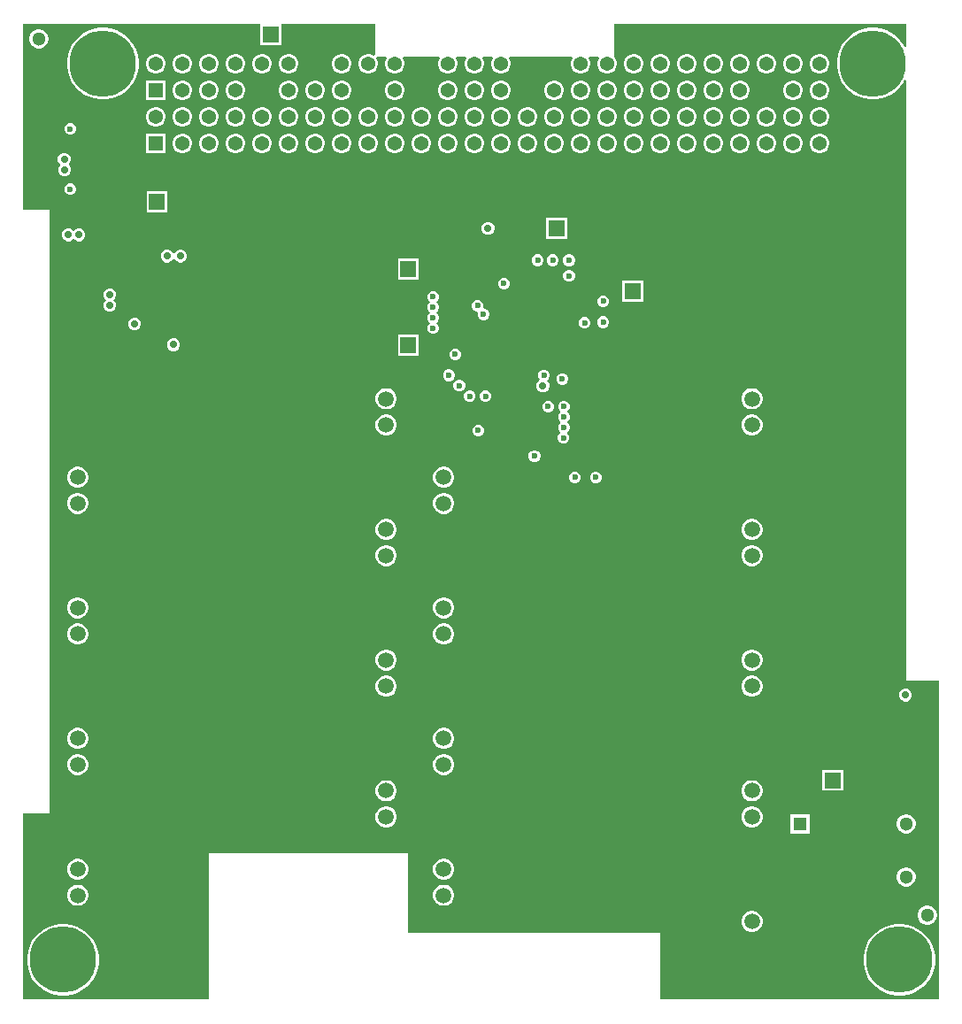
<source format=gbr>
%TF.GenerationSoftware,Altium Limited,Altium Designer,24.0.1 (36)*%
G04 Layer_Physical_Order=2*
G04 Layer_Color=36540*
%FSLAX45Y45*%
%MOMM*%
%TF.SameCoordinates,35AB2F61-03EE-4C9E-862A-60B4A91D9B88*%
%TF.FilePolarity,Positive*%
%TF.FileFunction,Copper,L2,Inr,Signal*%
%TF.Part,Single*%
G01*
G75*
%TA.AperFunction,WasherPad*%
%ADD35C,1.30000*%
%TA.AperFunction,ComponentPad*%
%ADD36R,1.50000X1.50000*%
%ADD38C,1.50800*%
%ADD39R,1.50000X1.50000*%
%ADD40O,1.70000X0.90000*%
%ADD41O,2.00000X0.90000*%
%ADD42C,0.60000*%
%TA.AperFunction,ViaPad*%
%ADD43C,6.35000*%
%TA.AperFunction,ComponentPad*%
%ADD44R,1.30000X1.30000*%
%ADD45C,1.30000*%
%ADD46C,1.37000*%
%ADD47R,1.37000X1.37000*%
%TA.AperFunction,ViaPad*%
%ADD48C,0.60000*%
%ADD49C,0.70000*%
G36*
X8572500Y9239875D02*
X8560151Y9236910D01*
X8548274Y9260219D01*
X8516549Y9303884D01*
X8478384Y9342049D01*
X8434719Y9373774D01*
X8386628Y9398278D01*
X8335296Y9414957D01*
X8281987Y9423400D01*
X8228013D01*
X8174704Y9414957D01*
X8123372Y9398278D01*
X8075281Y9373774D01*
X8031616Y9342049D01*
X7993451Y9303884D01*
X7961726Y9260219D01*
X7937222Y9212128D01*
X7920543Y9160796D01*
X7912100Y9107487D01*
Y9053513D01*
X7920543Y9000204D01*
X7937222Y8948872D01*
X7961726Y8900781D01*
X7993451Y8857116D01*
X8031616Y8818951D01*
X8075281Y8787226D01*
X8123372Y8762722D01*
X8174704Y8746043D01*
X8228013Y8737600D01*
X8281987D01*
X8335296Y8746043D01*
X8386628Y8762722D01*
X8434719Y8787226D01*
X8478384Y8818951D01*
X8516549Y8857116D01*
X8548274Y8900781D01*
X8560151Y8924090D01*
X8572500Y8921125D01*
Y3175000D01*
X8890000D01*
Y127000D01*
X6223000D01*
Y762000D01*
X3810000D01*
Y1524000D01*
X1905000D01*
Y127000D01*
X127000D01*
Y1905000D01*
X381000D01*
Y7683500D01*
X127000D01*
Y9461500D01*
X2385211D01*
X2396420Y9457900D01*
X2396420Y9448800D01*
Y9257100D01*
X2597220D01*
Y9448800D01*
X2597220Y9457900D01*
X2608429Y9461500D01*
X3492500D01*
Y9166930D01*
X3479800Y9159597D01*
X3465244Y9168001D01*
X3441362Y9174400D01*
X3416638D01*
X3392756Y9168001D01*
X3371344Y9155639D01*
X3353861Y9138156D01*
X3341499Y9116744D01*
X3335100Y9092862D01*
Y9068138D01*
X3341499Y9044256D01*
X3353861Y9022844D01*
X3371344Y9005361D01*
X3392756Y8992999D01*
X3416638Y8986600D01*
X3441362D01*
X3465244Y8992999D01*
X3486656Y9005361D01*
X3504139Y9022844D01*
X3516501Y9044256D01*
X3522900Y9068138D01*
Y9092862D01*
X3516501Y9116744D01*
X3508097Y9131300D01*
X3515430Y9144000D01*
X3596570D01*
X3603903Y9131300D01*
X3595499Y9116744D01*
X3589100Y9092862D01*
Y9068138D01*
X3595499Y9044256D01*
X3607861Y9022844D01*
X3625344Y9005361D01*
X3646756Y8992999D01*
X3670638Y8986600D01*
X3695362D01*
X3719244Y8992999D01*
X3740656Y9005361D01*
X3758139Y9022844D01*
X3770501Y9044256D01*
X3776900Y9068138D01*
Y9092862D01*
X3770501Y9116744D01*
X3762097Y9131300D01*
X3769430Y9144000D01*
X4104570D01*
X4111903Y9131300D01*
X4103499Y9116744D01*
X4097100Y9092862D01*
Y9068138D01*
X4103499Y9044256D01*
X4115861Y9022844D01*
X4133344Y9005361D01*
X4154756Y8992999D01*
X4178638Y8986600D01*
X4203362D01*
X4227244Y8992999D01*
X4248656Y9005361D01*
X4266139Y9022844D01*
X4278501Y9044256D01*
X4284900Y9068138D01*
Y9092862D01*
X4278501Y9116744D01*
X4270097Y9131300D01*
X4277430Y9144000D01*
X4358570D01*
X4365903Y9131300D01*
X4357499Y9116744D01*
X4351100Y9092862D01*
Y9068138D01*
X4357499Y9044256D01*
X4369861Y9022844D01*
X4387344Y9005361D01*
X4408756Y8992999D01*
X4432638Y8986600D01*
X4457362D01*
X4481244Y8992999D01*
X4502656Y9005361D01*
X4520139Y9022844D01*
X4532501Y9044256D01*
X4538900Y9068138D01*
Y9092862D01*
X4532501Y9116744D01*
X4524097Y9131300D01*
X4531430Y9144000D01*
X4612570D01*
X4619903Y9131300D01*
X4611499Y9116744D01*
X4605100Y9092862D01*
Y9068138D01*
X4611499Y9044256D01*
X4623861Y9022844D01*
X4641344Y9005361D01*
X4662756Y8992999D01*
X4686638Y8986600D01*
X4711362D01*
X4735244Y8992999D01*
X4756656Y9005361D01*
X4774139Y9022844D01*
X4786501Y9044256D01*
X4792900Y9068138D01*
Y9092862D01*
X4786501Y9116744D01*
X4778097Y9131300D01*
X4785430Y9144000D01*
X5374570D01*
X5381903Y9131300D01*
X5373499Y9116744D01*
X5367100Y9092862D01*
Y9068138D01*
X5373499Y9044256D01*
X5385861Y9022844D01*
X5403344Y9005361D01*
X5424756Y8992999D01*
X5448638Y8986600D01*
X5473362D01*
X5497244Y8992999D01*
X5518656Y9005361D01*
X5536139Y9022844D01*
X5548501Y9044256D01*
X5554900Y9068138D01*
Y9092862D01*
X5548501Y9116744D01*
X5540097Y9131300D01*
X5547430Y9144000D01*
X5628570D01*
X5635903Y9131300D01*
X5627499Y9116744D01*
X5621100Y9092862D01*
Y9068138D01*
X5627499Y9044256D01*
X5639861Y9022844D01*
X5657344Y9005361D01*
X5678756Y8992999D01*
X5702638Y8986600D01*
X5727362D01*
X5751244Y8992999D01*
X5772656Y9005361D01*
X5790139Y9022844D01*
X5802501Y9044256D01*
X5808900Y9068138D01*
Y9092862D01*
X5802501Y9116744D01*
X5790139Y9138156D01*
X5778500Y9149795D01*
Y9461500D01*
X8572500D01*
Y9239875D01*
D02*
G37*
%LPC*%
G36*
X289402Y9407900D02*
X265599D01*
X242607Y9401739D01*
X221993Y9389838D01*
X205162Y9373007D01*
X193261Y9352393D01*
X187100Y9329401D01*
Y9305599D01*
X193261Y9282607D01*
X205162Y9261993D01*
X221993Y9245162D01*
X242607Y9233261D01*
X265599Y9227100D01*
X289402D01*
X312393Y9233261D01*
X333007Y9245162D01*
X349838Y9261993D01*
X361739Y9282607D01*
X367900Y9305599D01*
Y9329401D01*
X361739Y9352393D01*
X349838Y9373007D01*
X333007Y9389838D01*
X312393Y9401739D01*
X289402Y9407900D01*
D02*
G37*
G36*
X7759362Y9174400D02*
X7734638D01*
X7710756Y9168001D01*
X7689344Y9155639D01*
X7671861Y9138156D01*
X7659499Y9116744D01*
X7653100Y9092862D01*
Y9068138D01*
X7659499Y9044256D01*
X7671861Y9022844D01*
X7689344Y9005361D01*
X7710756Y8992999D01*
X7734638Y8986600D01*
X7759362D01*
X7783244Y8992999D01*
X7804656Y9005361D01*
X7822139Y9022844D01*
X7834501Y9044256D01*
X7840900Y9068138D01*
Y9092862D01*
X7834501Y9116744D01*
X7822139Y9138156D01*
X7804656Y9155639D01*
X7783244Y9168001D01*
X7759362Y9174400D01*
D02*
G37*
G36*
X7505362D02*
X7480638D01*
X7456756Y9168001D01*
X7435344Y9155639D01*
X7417861Y9138156D01*
X7405499Y9116744D01*
X7399100Y9092862D01*
Y9068138D01*
X7405499Y9044256D01*
X7417861Y9022844D01*
X7435344Y9005361D01*
X7456756Y8992999D01*
X7480638Y8986600D01*
X7505362D01*
X7529244Y8992999D01*
X7550656Y9005361D01*
X7568139Y9022844D01*
X7580501Y9044256D01*
X7586900Y9068138D01*
Y9092862D01*
X7580501Y9116744D01*
X7568139Y9138156D01*
X7550656Y9155639D01*
X7529244Y9168001D01*
X7505362Y9174400D01*
D02*
G37*
G36*
X7251362D02*
X7226638D01*
X7202756Y9168001D01*
X7181344Y9155639D01*
X7163861Y9138156D01*
X7151499Y9116744D01*
X7145100Y9092862D01*
Y9068138D01*
X7151499Y9044256D01*
X7163861Y9022844D01*
X7181344Y9005361D01*
X7202756Y8992999D01*
X7226638Y8986600D01*
X7251362D01*
X7275244Y8992999D01*
X7296656Y9005361D01*
X7314139Y9022844D01*
X7326501Y9044256D01*
X7332900Y9068138D01*
Y9092862D01*
X7326501Y9116744D01*
X7314139Y9138156D01*
X7296656Y9155639D01*
X7275244Y9168001D01*
X7251362Y9174400D01*
D02*
G37*
G36*
X6997362D02*
X6972638D01*
X6948756Y9168001D01*
X6927344Y9155639D01*
X6909861Y9138156D01*
X6897499Y9116744D01*
X6891100Y9092862D01*
Y9068138D01*
X6897499Y9044256D01*
X6909861Y9022844D01*
X6927344Y9005361D01*
X6948756Y8992999D01*
X6972638Y8986600D01*
X6997362D01*
X7021244Y8992999D01*
X7042656Y9005361D01*
X7060139Y9022844D01*
X7072501Y9044256D01*
X7078900Y9068138D01*
Y9092862D01*
X7072501Y9116744D01*
X7060139Y9138156D01*
X7042656Y9155639D01*
X7021244Y9168001D01*
X6997362Y9174400D01*
D02*
G37*
G36*
X6743362D02*
X6718638D01*
X6694756Y9168001D01*
X6673344Y9155639D01*
X6655861Y9138156D01*
X6643499Y9116744D01*
X6637100Y9092862D01*
Y9068138D01*
X6643499Y9044256D01*
X6655861Y9022844D01*
X6673344Y9005361D01*
X6694756Y8992999D01*
X6718638Y8986600D01*
X6743362D01*
X6767244Y8992999D01*
X6788656Y9005361D01*
X6806139Y9022844D01*
X6818501Y9044256D01*
X6824900Y9068138D01*
Y9092862D01*
X6818501Y9116744D01*
X6806139Y9138156D01*
X6788656Y9155639D01*
X6767244Y9168001D01*
X6743362Y9174400D01*
D02*
G37*
G36*
X6489362D02*
X6464638D01*
X6440756Y9168001D01*
X6419344Y9155639D01*
X6401861Y9138156D01*
X6389499Y9116744D01*
X6383100Y9092862D01*
Y9068138D01*
X6389499Y9044256D01*
X6401861Y9022844D01*
X6419344Y9005361D01*
X6440756Y8992999D01*
X6464638Y8986600D01*
X6489362D01*
X6513244Y8992999D01*
X6534656Y9005361D01*
X6552139Y9022844D01*
X6564501Y9044256D01*
X6570900Y9068138D01*
Y9092862D01*
X6564501Y9116744D01*
X6552139Y9138156D01*
X6534656Y9155639D01*
X6513244Y9168001D01*
X6489362Y9174400D01*
D02*
G37*
G36*
X6235362D02*
X6210638D01*
X6186756Y9168001D01*
X6165344Y9155639D01*
X6147861Y9138156D01*
X6135499Y9116744D01*
X6129100Y9092862D01*
Y9068138D01*
X6135499Y9044256D01*
X6147861Y9022844D01*
X6165344Y9005361D01*
X6186756Y8992999D01*
X6210638Y8986600D01*
X6235362D01*
X6259244Y8992999D01*
X6280656Y9005361D01*
X6298139Y9022844D01*
X6310501Y9044256D01*
X6316900Y9068138D01*
Y9092862D01*
X6310501Y9116744D01*
X6298139Y9138156D01*
X6280656Y9155639D01*
X6259244Y9168001D01*
X6235362Y9174400D01*
D02*
G37*
G36*
X5981362D02*
X5956638D01*
X5932756Y9168001D01*
X5911344Y9155639D01*
X5893861Y9138156D01*
X5881499Y9116744D01*
X5875100Y9092862D01*
Y9068138D01*
X5881499Y9044256D01*
X5893861Y9022844D01*
X5911344Y9005361D01*
X5932756Y8992999D01*
X5956638Y8986600D01*
X5981362D01*
X6005244Y8992999D01*
X6026656Y9005361D01*
X6044139Y9022844D01*
X6056501Y9044256D01*
X6062900Y9068138D01*
Y9092862D01*
X6056501Y9116744D01*
X6044139Y9138156D01*
X6026656Y9155639D01*
X6005244Y9168001D01*
X5981362Y9174400D01*
D02*
G37*
G36*
X3187362D02*
X3162638D01*
X3138756Y9168001D01*
X3117344Y9155639D01*
X3099861Y9138156D01*
X3087499Y9116744D01*
X3081100Y9092862D01*
Y9068138D01*
X3087499Y9044256D01*
X3099861Y9022844D01*
X3117344Y9005361D01*
X3138756Y8992999D01*
X3162638Y8986600D01*
X3187362D01*
X3211244Y8992999D01*
X3232656Y9005361D01*
X3250139Y9022844D01*
X3262501Y9044256D01*
X3268900Y9068138D01*
Y9092862D01*
X3262501Y9116744D01*
X3250139Y9138156D01*
X3232656Y9155639D01*
X3211244Y9168001D01*
X3187362Y9174400D01*
D02*
G37*
G36*
X2679362D02*
X2654638D01*
X2630756Y9168001D01*
X2609344Y9155639D01*
X2591861Y9138156D01*
X2579499Y9116744D01*
X2573100Y9092862D01*
Y9068138D01*
X2579499Y9044256D01*
X2591861Y9022844D01*
X2609344Y9005361D01*
X2630756Y8992999D01*
X2654638Y8986600D01*
X2679362D01*
X2703244Y8992999D01*
X2724656Y9005361D01*
X2742139Y9022844D01*
X2754501Y9044256D01*
X2760900Y9068138D01*
Y9092862D01*
X2754501Y9116744D01*
X2742139Y9138156D01*
X2724656Y9155639D01*
X2703244Y9168001D01*
X2679362Y9174400D01*
D02*
G37*
G36*
X2425362D02*
X2400638D01*
X2376756Y9168001D01*
X2355344Y9155639D01*
X2337861Y9138156D01*
X2325499Y9116744D01*
X2319100Y9092862D01*
Y9068138D01*
X2325499Y9044256D01*
X2337861Y9022844D01*
X2355344Y9005361D01*
X2376756Y8992999D01*
X2400638Y8986600D01*
X2425362D01*
X2449244Y8992999D01*
X2470656Y9005361D01*
X2488139Y9022844D01*
X2500501Y9044256D01*
X2506900Y9068138D01*
Y9092862D01*
X2500501Y9116744D01*
X2488139Y9138156D01*
X2470656Y9155639D01*
X2449244Y9168001D01*
X2425362Y9174400D01*
D02*
G37*
G36*
X2171362D02*
X2146638D01*
X2122756Y9168001D01*
X2101344Y9155639D01*
X2083861Y9138156D01*
X2071499Y9116744D01*
X2065100Y9092862D01*
Y9068138D01*
X2071499Y9044256D01*
X2083861Y9022844D01*
X2101344Y9005361D01*
X2122756Y8992999D01*
X2146638Y8986600D01*
X2171362D01*
X2195244Y8992999D01*
X2216656Y9005361D01*
X2234139Y9022844D01*
X2246501Y9044256D01*
X2252900Y9068138D01*
Y9092862D01*
X2246501Y9116744D01*
X2234139Y9138156D01*
X2216656Y9155639D01*
X2195244Y9168001D01*
X2171362Y9174400D01*
D02*
G37*
G36*
X1917362D02*
X1892638D01*
X1868756Y9168001D01*
X1847344Y9155639D01*
X1829861Y9138156D01*
X1817499Y9116744D01*
X1811100Y9092862D01*
Y9068138D01*
X1817499Y9044256D01*
X1829861Y9022844D01*
X1847344Y9005361D01*
X1868756Y8992999D01*
X1892638Y8986600D01*
X1917362D01*
X1941244Y8992999D01*
X1962656Y9005361D01*
X1980139Y9022844D01*
X1992501Y9044256D01*
X1998900Y9068138D01*
Y9092862D01*
X1992501Y9116744D01*
X1980139Y9138156D01*
X1962656Y9155639D01*
X1941244Y9168001D01*
X1917362Y9174400D01*
D02*
G37*
G36*
X1663362D02*
X1638638D01*
X1614756Y9168001D01*
X1593344Y9155639D01*
X1575861Y9138156D01*
X1563499Y9116744D01*
X1557100Y9092862D01*
Y9068138D01*
X1563499Y9044256D01*
X1575861Y9022844D01*
X1593344Y9005361D01*
X1614756Y8992999D01*
X1638638Y8986600D01*
X1663362D01*
X1687244Y8992999D01*
X1708656Y9005361D01*
X1726139Y9022844D01*
X1738501Y9044256D01*
X1744900Y9068138D01*
Y9092862D01*
X1738501Y9116744D01*
X1726139Y9138156D01*
X1708656Y9155639D01*
X1687244Y9168001D01*
X1663362Y9174400D01*
D02*
G37*
G36*
X1409362D02*
X1384638D01*
X1360756Y9168001D01*
X1339344Y9155639D01*
X1321861Y9138156D01*
X1309499Y9116744D01*
X1303100Y9092862D01*
Y9068138D01*
X1309499Y9044256D01*
X1321861Y9022844D01*
X1339344Y9005361D01*
X1360756Y8992999D01*
X1384638Y8986600D01*
X1409362D01*
X1433244Y8992999D01*
X1454656Y9005361D01*
X1472139Y9022844D01*
X1484501Y9044256D01*
X1490900Y9068138D01*
Y9092862D01*
X1484501Y9116744D01*
X1472139Y9138156D01*
X1454656Y9155639D01*
X1433244Y9168001D01*
X1409362Y9174400D01*
D02*
G37*
G36*
X915987Y9423400D02*
X862013D01*
X808704Y9414957D01*
X757372Y9398278D01*
X709281Y9373774D01*
X665616Y9342049D01*
X627451Y9303884D01*
X595726Y9260219D01*
X571222Y9212128D01*
X554543Y9160796D01*
X546100Y9107487D01*
Y9053513D01*
X554543Y9000204D01*
X571222Y8948872D01*
X595726Y8900781D01*
X627451Y8857116D01*
X665616Y8818951D01*
X709281Y8787226D01*
X757372Y8762722D01*
X808704Y8746043D01*
X862013Y8737600D01*
X915987D01*
X969296Y8746043D01*
X1020628Y8762722D01*
X1068719Y8787226D01*
X1112384Y8818951D01*
X1150549Y8857116D01*
X1182274Y8900781D01*
X1206778Y8948872D01*
X1223457Y9000204D01*
X1231900Y9053513D01*
Y9107487D01*
X1223457Y9160796D01*
X1206778Y9212128D01*
X1182274Y9260219D01*
X1150549Y9303884D01*
X1112384Y9342049D01*
X1068719Y9373774D01*
X1020628Y9398278D01*
X969296Y9414957D01*
X915987Y9423400D01*
D02*
G37*
G36*
X7759362Y8920400D02*
X7734638D01*
X7710756Y8914001D01*
X7689344Y8901639D01*
X7671861Y8884156D01*
X7659499Y8862744D01*
X7653100Y8838862D01*
Y8814138D01*
X7659499Y8790256D01*
X7671861Y8768844D01*
X7689344Y8751361D01*
X7710756Y8738999D01*
X7734638Y8732600D01*
X7759362D01*
X7783244Y8738999D01*
X7804656Y8751361D01*
X7822139Y8768844D01*
X7834501Y8790256D01*
X7840900Y8814138D01*
Y8838862D01*
X7834501Y8862744D01*
X7822139Y8884156D01*
X7804656Y8901639D01*
X7783244Y8914001D01*
X7759362Y8920400D01*
D02*
G37*
G36*
X7505362D02*
X7480638D01*
X7456756Y8914001D01*
X7435344Y8901639D01*
X7417861Y8884156D01*
X7405499Y8862744D01*
X7399100Y8838862D01*
Y8814138D01*
X7405499Y8790256D01*
X7417861Y8768844D01*
X7435344Y8751361D01*
X7456756Y8738999D01*
X7480638Y8732600D01*
X7505362D01*
X7529244Y8738999D01*
X7550656Y8751361D01*
X7568139Y8768844D01*
X7580501Y8790256D01*
X7586900Y8814138D01*
Y8838862D01*
X7580501Y8862744D01*
X7568139Y8884156D01*
X7550656Y8901639D01*
X7529244Y8914001D01*
X7505362Y8920400D01*
D02*
G37*
G36*
X6997362D02*
X6972638D01*
X6948756Y8914001D01*
X6927344Y8901639D01*
X6909861Y8884156D01*
X6897499Y8862744D01*
X6891100Y8838862D01*
Y8814138D01*
X6897499Y8790256D01*
X6909861Y8768844D01*
X6927344Y8751361D01*
X6948756Y8738999D01*
X6972638Y8732600D01*
X6997362D01*
X7021244Y8738999D01*
X7042656Y8751361D01*
X7060139Y8768844D01*
X7072501Y8790256D01*
X7078900Y8814138D01*
Y8838862D01*
X7072501Y8862744D01*
X7060139Y8884156D01*
X7042656Y8901639D01*
X7021244Y8914001D01*
X6997362Y8920400D01*
D02*
G37*
G36*
X6743362D02*
X6718638D01*
X6694756Y8914001D01*
X6673344Y8901639D01*
X6655861Y8884156D01*
X6643499Y8862744D01*
X6637100Y8838862D01*
Y8814138D01*
X6643499Y8790256D01*
X6655861Y8768844D01*
X6673344Y8751361D01*
X6694756Y8738999D01*
X6718638Y8732600D01*
X6743362D01*
X6767244Y8738999D01*
X6788656Y8751361D01*
X6806139Y8768844D01*
X6818501Y8790256D01*
X6824900Y8814138D01*
Y8838862D01*
X6818501Y8862744D01*
X6806139Y8884156D01*
X6788656Y8901639D01*
X6767244Y8914001D01*
X6743362Y8920400D01*
D02*
G37*
G36*
X6489362D02*
X6464638D01*
X6440756Y8914001D01*
X6419344Y8901639D01*
X6401861Y8884156D01*
X6389499Y8862744D01*
X6383100Y8838862D01*
Y8814138D01*
X6389499Y8790256D01*
X6401861Y8768844D01*
X6419344Y8751361D01*
X6440756Y8738999D01*
X6464638Y8732600D01*
X6489362D01*
X6513244Y8738999D01*
X6534656Y8751361D01*
X6552139Y8768844D01*
X6564501Y8790256D01*
X6570900Y8814138D01*
Y8838862D01*
X6564501Y8862744D01*
X6552139Y8884156D01*
X6534656Y8901639D01*
X6513244Y8914001D01*
X6489362Y8920400D01*
D02*
G37*
G36*
X6235362D02*
X6210638D01*
X6186756Y8914001D01*
X6165344Y8901639D01*
X6147861Y8884156D01*
X6135499Y8862744D01*
X6129100Y8838862D01*
Y8814138D01*
X6135499Y8790256D01*
X6147861Y8768844D01*
X6165344Y8751361D01*
X6186756Y8738999D01*
X6210638Y8732600D01*
X6235362D01*
X6259244Y8738999D01*
X6280656Y8751361D01*
X6298139Y8768844D01*
X6310501Y8790256D01*
X6316900Y8814138D01*
Y8838862D01*
X6310501Y8862744D01*
X6298139Y8884156D01*
X6280656Y8901639D01*
X6259244Y8914001D01*
X6235362Y8920400D01*
D02*
G37*
G36*
X5981362D02*
X5956638D01*
X5932756Y8914001D01*
X5911344Y8901639D01*
X5893861Y8884156D01*
X5881499Y8862744D01*
X5875100Y8838862D01*
Y8814138D01*
X5881499Y8790256D01*
X5893861Y8768844D01*
X5911344Y8751361D01*
X5932756Y8738999D01*
X5956638Y8732600D01*
X5981362D01*
X6005244Y8738999D01*
X6026656Y8751361D01*
X6044139Y8768844D01*
X6056501Y8790256D01*
X6062900Y8814138D01*
Y8838862D01*
X6056501Y8862744D01*
X6044139Y8884156D01*
X6026656Y8901639D01*
X6005244Y8914001D01*
X5981362Y8920400D01*
D02*
G37*
G36*
X5727362D02*
X5702638D01*
X5678756Y8914001D01*
X5657344Y8901639D01*
X5639861Y8884156D01*
X5627499Y8862744D01*
X5621100Y8838862D01*
Y8814138D01*
X5627499Y8790256D01*
X5639861Y8768844D01*
X5657344Y8751361D01*
X5678756Y8738999D01*
X5702638Y8732600D01*
X5727362D01*
X5751244Y8738999D01*
X5772656Y8751361D01*
X5790139Y8768844D01*
X5802501Y8790256D01*
X5808900Y8814138D01*
Y8838862D01*
X5802501Y8862744D01*
X5790139Y8884156D01*
X5772656Y8901639D01*
X5751244Y8914001D01*
X5727362Y8920400D01*
D02*
G37*
G36*
X5473362D02*
X5448638D01*
X5424756Y8914001D01*
X5403344Y8901639D01*
X5385861Y8884156D01*
X5373499Y8862744D01*
X5367100Y8838862D01*
Y8814138D01*
X5373499Y8790256D01*
X5385861Y8768844D01*
X5403344Y8751361D01*
X5424756Y8738999D01*
X5448638Y8732600D01*
X5473362D01*
X5497244Y8738999D01*
X5518656Y8751361D01*
X5536139Y8768844D01*
X5548501Y8790256D01*
X5554900Y8814138D01*
Y8838862D01*
X5548501Y8862744D01*
X5536139Y8884156D01*
X5518656Y8901639D01*
X5497244Y8914001D01*
X5473362Y8920400D01*
D02*
G37*
G36*
X5219362D02*
X5194638D01*
X5170756Y8914001D01*
X5149344Y8901639D01*
X5131861Y8884156D01*
X5119499Y8862744D01*
X5113100Y8838862D01*
Y8814138D01*
X5119499Y8790256D01*
X5131861Y8768844D01*
X5149344Y8751361D01*
X5170756Y8738999D01*
X5194638Y8732600D01*
X5219362D01*
X5243244Y8738999D01*
X5264656Y8751361D01*
X5282139Y8768844D01*
X5294501Y8790256D01*
X5300900Y8814138D01*
Y8838862D01*
X5294501Y8862744D01*
X5282139Y8884156D01*
X5264656Y8901639D01*
X5243244Y8914001D01*
X5219362Y8920400D01*
D02*
G37*
G36*
X4711362D02*
X4686638D01*
X4662756Y8914001D01*
X4641344Y8901639D01*
X4623861Y8884156D01*
X4611499Y8862744D01*
X4605100Y8838862D01*
Y8814138D01*
X4611499Y8790256D01*
X4623861Y8768844D01*
X4641344Y8751361D01*
X4662756Y8738999D01*
X4686638Y8732600D01*
X4711362D01*
X4735244Y8738999D01*
X4756656Y8751361D01*
X4774139Y8768844D01*
X4786501Y8790256D01*
X4792900Y8814138D01*
Y8838862D01*
X4786501Y8862744D01*
X4774139Y8884156D01*
X4756656Y8901639D01*
X4735244Y8914001D01*
X4711362Y8920400D01*
D02*
G37*
G36*
X4457362D02*
X4432638D01*
X4408756Y8914001D01*
X4387344Y8901639D01*
X4369861Y8884156D01*
X4357499Y8862744D01*
X4351100Y8838862D01*
Y8814138D01*
X4357499Y8790256D01*
X4369861Y8768844D01*
X4387344Y8751361D01*
X4408756Y8738999D01*
X4432638Y8732600D01*
X4457362D01*
X4481244Y8738999D01*
X4502656Y8751361D01*
X4520139Y8768844D01*
X4532501Y8790256D01*
X4538900Y8814138D01*
Y8838862D01*
X4532501Y8862744D01*
X4520139Y8884156D01*
X4502656Y8901639D01*
X4481244Y8914001D01*
X4457362Y8920400D01*
D02*
G37*
G36*
X4203362D02*
X4178638D01*
X4154756Y8914001D01*
X4133344Y8901639D01*
X4115861Y8884156D01*
X4103499Y8862744D01*
X4097100Y8838862D01*
Y8814138D01*
X4103499Y8790256D01*
X4115861Y8768844D01*
X4133344Y8751361D01*
X4154756Y8738999D01*
X4178638Y8732600D01*
X4203362D01*
X4227244Y8738999D01*
X4248656Y8751361D01*
X4266139Y8768844D01*
X4278501Y8790256D01*
X4284900Y8814138D01*
Y8838862D01*
X4278501Y8862744D01*
X4266139Y8884156D01*
X4248656Y8901639D01*
X4227244Y8914001D01*
X4203362Y8920400D01*
D02*
G37*
G36*
X3695362D02*
X3670638D01*
X3646756Y8914001D01*
X3625344Y8901639D01*
X3607861Y8884156D01*
X3595499Y8862744D01*
X3589100Y8838862D01*
Y8814138D01*
X3595499Y8790256D01*
X3607861Y8768844D01*
X3625344Y8751361D01*
X3646756Y8738999D01*
X3670638Y8732600D01*
X3695362D01*
X3719244Y8738999D01*
X3740656Y8751361D01*
X3758139Y8768844D01*
X3770501Y8790256D01*
X3776900Y8814138D01*
Y8838862D01*
X3770501Y8862744D01*
X3758139Y8884156D01*
X3740656Y8901639D01*
X3719244Y8914001D01*
X3695362Y8920400D01*
D02*
G37*
G36*
X3187362D02*
X3162638D01*
X3138756Y8914001D01*
X3117344Y8901639D01*
X3099861Y8884156D01*
X3087499Y8862744D01*
X3081100Y8838862D01*
Y8814138D01*
X3087499Y8790256D01*
X3099861Y8768844D01*
X3117344Y8751361D01*
X3138756Y8738999D01*
X3162638Y8732600D01*
X3187362D01*
X3211244Y8738999D01*
X3232656Y8751361D01*
X3250139Y8768844D01*
X3262501Y8790256D01*
X3268900Y8814138D01*
Y8838862D01*
X3262501Y8862744D01*
X3250139Y8884156D01*
X3232656Y8901639D01*
X3211244Y8914001D01*
X3187362Y8920400D01*
D02*
G37*
G36*
X2933362D02*
X2908638D01*
X2884756Y8914001D01*
X2863344Y8901639D01*
X2845861Y8884156D01*
X2833499Y8862744D01*
X2827100Y8838862D01*
Y8814138D01*
X2833499Y8790256D01*
X2845861Y8768844D01*
X2863344Y8751361D01*
X2884756Y8738999D01*
X2908638Y8732600D01*
X2933362D01*
X2957244Y8738999D01*
X2978656Y8751361D01*
X2996139Y8768844D01*
X3008501Y8790256D01*
X3014900Y8814138D01*
Y8838862D01*
X3008501Y8862744D01*
X2996139Y8884156D01*
X2978656Y8901639D01*
X2957244Y8914001D01*
X2933362Y8920400D01*
D02*
G37*
G36*
X2679362D02*
X2654638D01*
X2630756Y8914001D01*
X2609344Y8901639D01*
X2591861Y8884156D01*
X2579499Y8862744D01*
X2573100Y8838862D01*
Y8814138D01*
X2579499Y8790256D01*
X2591861Y8768844D01*
X2609344Y8751361D01*
X2630756Y8738999D01*
X2654638Y8732600D01*
X2679362D01*
X2703244Y8738999D01*
X2724656Y8751361D01*
X2742139Y8768844D01*
X2754501Y8790256D01*
X2760900Y8814138D01*
Y8838862D01*
X2754501Y8862744D01*
X2742139Y8884156D01*
X2724656Y8901639D01*
X2703244Y8914001D01*
X2679362Y8920400D01*
D02*
G37*
G36*
X2171362D02*
X2146638D01*
X2122756Y8914001D01*
X2101344Y8901639D01*
X2083861Y8884156D01*
X2071499Y8862744D01*
X2065100Y8838862D01*
Y8814138D01*
X2071499Y8790256D01*
X2083861Y8768844D01*
X2101344Y8751361D01*
X2122756Y8738999D01*
X2146638Y8732600D01*
X2171362D01*
X2195244Y8738999D01*
X2216656Y8751361D01*
X2234139Y8768844D01*
X2246501Y8790256D01*
X2252900Y8814138D01*
Y8838862D01*
X2246501Y8862744D01*
X2234139Y8884156D01*
X2216656Y8901639D01*
X2195244Y8914001D01*
X2171362Y8920400D01*
D02*
G37*
G36*
X1917362D02*
X1892638D01*
X1868756Y8914001D01*
X1847344Y8901639D01*
X1829861Y8884156D01*
X1817499Y8862744D01*
X1811100Y8838862D01*
Y8814138D01*
X1817499Y8790256D01*
X1829861Y8768844D01*
X1847344Y8751361D01*
X1868756Y8738999D01*
X1892638Y8732600D01*
X1917362D01*
X1941244Y8738999D01*
X1962656Y8751361D01*
X1980139Y8768844D01*
X1992501Y8790256D01*
X1998900Y8814138D01*
Y8838862D01*
X1992501Y8862744D01*
X1980139Y8884156D01*
X1962656Y8901639D01*
X1941244Y8914001D01*
X1917362Y8920400D01*
D02*
G37*
G36*
X1663362D02*
X1638638D01*
X1614756Y8914001D01*
X1593344Y8901639D01*
X1575861Y8884156D01*
X1563499Y8862744D01*
X1557100Y8838862D01*
Y8814138D01*
X1563499Y8790256D01*
X1575861Y8768844D01*
X1593344Y8751361D01*
X1614756Y8738999D01*
X1638638Y8732600D01*
X1663362D01*
X1687244Y8738999D01*
X1708656Y8751361D01*
X1726139Y8768844D01*
X1738501Y8790256D01*
X1744900Y8814138D01*
Y8838862D01*
X1738501Y8862744D01*
X1726139Y8884156D01*
X1708656Y8901639D01*
X1687244Y8914001D01*
X1663362Y8920400D01*
D02*
G37*
G36*
X1490900D02*
X1303100D01*
Y8732600D01*
X1490900D01*
Y8920400D01*
D02*
G37*
G36*
X7759362Y8666400D02*
X7734638D01*
X7710756Y8660001D01*
X7689344Y8647639D01*
X7671861Y8630156D01*
X7659499Y8608744D01*
X7653100Y8584862D01*
Y8560138D01*
X7659499Y8536256D01*
X7671861Y8514844D01*
X7689344Y8497361D01*
X7710756Y8484999D01*
X7734638Y8478600D01*
X7759362D01*
X7783244Y8484999D01*
X7804656Y8497361D01*
X7822139Y8514844D01*
X7834501Y8536256D01*
X7840900Y8560138D01*
Y8584862D01*
X7834501Y8608744D01*
X7822139Y8630156D01*
X7804656Y8647639D01*
X7783244Y8660001D01*
X7759362Y8666400D01*
D02*
G37*
G36*
X7505362D02*
X7480638D01*
X7456756Y8660001D01*
X7435344Y8647639D01*
X7417861Y8630156D01*
X7405499Y8608744D01*
X7399100Y8584862D01*
Y8560138D01*
X7405499Y8536256D01*
X7417861Y8514844D01*
X7435344Y8497361D01*
X7456756Y8484999D01*
X7480638Y8478600D01*
X7505362D01*
X7529244Y8484999D01*
X7550656Y8497361D01*
X7568139Y8514844D01*
X7580501Y8536256D01*
X7586900Y8560138D01*
Y8584862D01*
X7580501Y8608744D01*
X7568139Y8630156D01*
X7550656Y8647639D01*
X7529244Y8660001D01*
X7505362Y8666400D01*
D02*
G37*
G36*
X7251362D02*
X7226638D01*
X7202756Y8660001D01*
X7181344Y8647639D01*
X7163861Y8630156D01*
X7151499Y8608744D01*
X7145100Y8584862D01*
Y8560138D01*
X7151499Y8536256D01*
X7163861Y8514844D01*
X7181344Y8497361D01*
X7202756Y8484999D01*
X7226638Y8478600D01*
X7251362D01*
X7275244Y8484999D01*
X7296656Y8497361D01*
X7314139Y8514844D01*
X7326501Y8536256D01*
X7332900Y8560138D01*
Y8584862D01*
X7326501Y8608744D01*
X7314139Y8630156D01*
X7296656Y8647639D01*
X7275244Y8660001D01*
X7251362Y8666400D01*
D02*
G37*
G36*
X6997362D02*
X6972638D01*
X6948756Y8660001D01*
X6927344Y8647639D01*
X6909861Y8630156D01*
X6897499Y8608744D01*
X6891100Y8584862D01*
Y8560138D01*
X6897499Y8536256D01*
X6909861Y8514844D01*
X6927344Y8497361D01*
X6948756Y8484999D01*
X6972638Y8478600D01*
X6997362D01*
X7021244Y8484999D01*
X7042656Y8497361D01*
X7060139Y8514844D01*
X7072501Y8536256D01*
X7078900Y8560138D01*
Y8584862D01*
X7072501Y8608744D01*
X7060139Y8630156D01*
X7042656Y8647639D01*
X7021244Y8660001D01*
X6997362Y8666400D01*
D02*
G37*
G36*
X6743362D02*
X6718638D01*
X6694756Y8660001D01*
X6673344Y8647639D01*
X6655861Y8630156D01*
X6643499Y8608744D01*
X6637100Y8584862D01*
Y8560138D01*
X6643499Y8536256D01*
X6655861Y8514844D01*
X6673344Y8497361D01*
X6694756Y8484999D01*
X6718638Y8478600D01*
X6743362D01*
X6767244Y8484999D01*
X6788656Y8497361D01*
X6806139Y8514844D01*
X6818501Y8536256D01*
X6824900Y8560138D01*
Y8584862D01*
X6818501Y8608744D01*
X6806139Y8630156D01*
X6788656Y8647639D01*
X6767244Y8660001D01*
X6743362Y8666400D01*
D02*
G37*
G36*
X6489362D02*
X6464638D01*
X6440756Y8660001D01*
X6419344Y8647639D01*
X6401861Y8630156D01*
X6389499Y8608744D01*
X6383100Y8584862D01*
Y8560138D01*
X6389499Y8536256D01*
X6401861Y8514844D01*
X6419344Y8497361D01*
X6440756Y8484999D01*
X6464638Y8478600D01*
X6489362D01*
X6513244Y8484999D01*
X6534656Y8497361D01*
X6552139Y8514844D01*
X6564501Y8536256D01*
X6570900Y8560138D01*
Y8584862D01*
X6564501Y8608744D01*
X6552139Y8630156D01*
X6534656Y8647639D01*
X6513244Y8660001D01*
X6489362Y8666400D01*
D02*
G37*
G36*
X6235362D02*
X6210638D01*
X6186756Y8660001D01*
X6165344Y8647639D01*
X6147861Y8630156D01*
X6135499Y8608744D01*
X6129100Y8584862D01*
Y8560138D01*
X6135499Y8536256D01*
X6147861Y8514844D01*
X6165344Y8497361D01*
X6186756Y8484999D01*
X6210638Y8478600D01*
X6235362D01*
X6259244Y8484999D01*
X6280656Y8497361D01*
X6298139Y8514844D01*
X6310501Y8536256D01*
X6316900Y8560138D01*
Y8584862D01*
X6310501Y8608744D01*
X6298139Y8630156D01*
X6280656Y8647639D01*
X6259244Y8660001D01*
X6235362Y8666400D01*
D02*
G37*
G36*
X5981362D02*
X5956638D01*
X5932756Y8660001D01*
X5911344Y8647639D01*
X5893861Y8630156D01*
X5881499Y8608744D01*
X5875100Y8584862D01*
Y8560138D01*
X5881499Y8536256D01*
X5893861Y8514844D01*
X5911344Y8497361D01*
X5932756Y8484999D01*
X5956638Y8478600D01*
X5981362D01*
X6005244Y8484999D01*
X6026656Y8497361D01*
X6044139Y8514844D01*
X6056501Y8536256D01*
X6062900Y8560138D01*
Y8584862D01*
X6056501Y8608744D01*
X6044139Y8630156D01*
X6026656Y8647639D01*
X6005244Y8660001D01*
X5981362Y8666400D01*
D02*
G37*
G36*
X5727362D02*
X5702638D01*
X5678756Y8660001D01*
X5657344Y8647639D01*
X5639861Y8630156D01*
X5627499Y8608744D01*
X5621100Y8584862D01*
Y8560138D01*
X5627499Y8536256D01*
X5639861Y8514844D01*
X5657344Y8497361D01*
X5678756Y8484999D01*
X5702638Y8478600D01*
X5727362D01*
X5751244Y8484999D01*
X5772656Y8497361D01*
X5790139Y8514844D01*
X5802501Y8536256D01*
X5808900Y8560138D01*
Y8584862D01*
X5802501Y8608744D01*
X5790139Y8630156D01*
X5772656Y8647639D01*
X5751244Y8660001D01*
X5727362Y8666400D01*
D02*
G37*
G36*
X5473362D02*
X5448638D01*
X5424756Y8660001D01*
X5403344Y8647639D01*
X5385861Y8630156D01*
X5373499Y8608744D01*
X5367100Y8584862D01*
Y8560138D01*
X5373499Y8536256D01*
X5385861Y8514844D01*
X5403344Y8497361D01*
X5424756Y8484999D01*
X5448638Y8478600D01*
X5473362D01*
X5497244Y8484999D01*
X5518656Y8497361D01*
X5536139Y8514844D01*
X5548501Y8536256D01*
X5554900Y8560138D01*
Y8584862D01*
X5548501Y8608744D01*
X5536139Y8630156D01*
X5518656Y8647639D01*
X5497244Y8660001D01*
X5473362Y8666400D01*
D02*
G37*
G36*
X5219362D02*
X5194638D01*
X5170756Y8660001D01*
X5149344Y8647639D01*
X5131861Y8630156D01*
X5119499Y8608744D01*
X5113100Y8584862D01*
Y8560138D01*
X5119499Y8536256D01*
X5131861Y8514844D01*
X5149344Y8497361D01*
X5170756Y8484999D01*
X5194638Y8478600D01*
X5219362D01*
X5243244Y8484999D01*
X5264656Y8497361D01*
X5282139Y8514844D01*
X5294501Y8536256D01*
X5300900Y8560138D01*
Y8584862D01*
X5294501Y8608744D01*
X5282139Y8630156D01*
X5264656Y8647639D01*
X5243244Y8660001D01*
X5219362Y8666400D01*
D02*
G37*
G36*
X4965362D02*
X4940638D01*
X4916756Y8660001D01*
X4895344Y8647639D01*
X4877861Y8630156D01*
X4865499Y8608744D01*
X4859100Y8584862D01*
Y8560138D01*
X4865499Y8536256D01*
X4877861Y8514844D01*
X4895344Y8497361D01*
X4916756Y8484999D01*
X4940638Y8478600D01*
X4965362D01*
X4989244Y8484999D01*
X5010656Y8497361D01*
X5028139Y8514844D01*
X5040501Y8536256D01*
X5046900Y8560138D01*
Y8584862D01*
X5040501Y8608744D01*
X5028139Y8630156D01*
X5010656Y8647639D01*
X4989244Y8660001D01*
X4965362Y8666400D01*
D02*
G37*
G36*
X4711362D02*
X4686638D01*
X4662756Y8660001D01*
X4641344Y8647639D01*
X4623861Y8630156D01*
X4611499Y8608744D01*
X4605100Y8584862D01*
Y8560138D01*
X4611499Y8536256D01*
X4623861Y8514844D01*
X4641344Y8497361D01*
X4662756Y8484999D01*
X4686638Y8478600D01*
X4711362D01*
X4735244Y8484999D01*
X4756656Y8497361D01*
X4774139Y8514844D01*
X4786501Y8536256D01*
X4792900Y8560138D01*
Y8584862D01*
X4786501Y8608744D01*
X4774139Y8630156D01*
X4756656Y8647639D01*
X4735244Y8660001D01*
X4711362Y8666400D01*
D02*
G37*
G36*
X4457362D02*
X4432638D01*
X4408756Y8660001D01*
X4387344Y8647639D01*
X4369861Y8630156D01*
X4357499Y8608744D01*
X4351100Y8584862D01*
Y8560138D01*
X4357499Y8536256D01*
X4369861Y8514844D01*
X4387344Y8497361D01*
X4408756Y8484999D01*
X4432638Y8478600D01*
X4457362D01*
X4481244Y8484999D01*
X4502656Y8497361D01*
X4520139Y8514844D01*
X4532501Y8536256D01*
X4538900Y8560138D01*
Y8584862D01*
X4532501Y8608744D01*
X4520139Y8630156D01*
X4502656Y8647639D01*
X4481244Y8660001D01*
X4457362Y8666400D01*
D02*
G37*
G36*
X4203362D02*
X4178638D01*
X4154756Y8660001D01*
X4133344Y8647639D01*
X4115861Y8630156D01*
X4103499Y8608744D01*
X4097100Y8584862D01*
Y8560138D01*
X4103499Y8536256D01*
X4115861Y8514844D01*
X4133344Y8497361D01*
X4154756Y8484999D01*
X4178638Y8478600D01*
X4203362D01*
X4227244Y8484999D01*
X4248656Y8497361D01*
X4266139Y8514844D01*
X4278501Y8536256D01*
X4284900Y8560138D01*
Y8584862D01*
X4278501Y8608744D01*
X4266139Y8630156D01*
X4248656Y8647639D01*
X4227244Y8660001D01*
X4203362Y8666400D01*
D02*
G37*
G36*
X3949362D02*
X3924638D01*
X3900756Y8660001D01*
X3879344Y8647639D01*
X3861861Y8630156D01*
X3849499Y8608744D01*
X3843100Y8584862D01*
Y8560138D01*
X3849499Y8536256D01*
X3861861Y8514844D01*
X3879344Y8497361D01*
X3900756Y8484999D01*
X3924638Y8478600D01*
X3949362D01*
X3973244Y8484999D01*
X3994656Y8497361D01*
X4012139Y8514844D01*
X4024501Y8536256D01*
X4030900Y8560138D01*
Y8584862D01*
X4024501Y8608744D01*
X4012139Y8630156D01*
X3994656Y8647639D01*
X3973244Y8660001D01*
X3949362Y8666400D01*
D02*
G37*
G36*
X3695362D02*
X3670638D01*
X3646756Y8660001D01*
X3625344Y8647639D01*
X3607861Y8630156D01*
X3595499Y8608744D01*
X3589100Y8584862D01*
Y8560138D01*
X3595499Y8536256D01*
X3607861Y8514844D01*
X3625344Y8497361D01*
X3646756Y8484999D01*
X3670638Y8478600D01*
X3695362D01*
X3719244Y8484999D01*
X3740656Y8497361D01*
X3758139Y8514844D01*
X3770501Y8536256D01*
X3776900Y8560138D01*
Y8584862D01*
X3770501Y8608744D01*
X3758139Y8630156D01*
X3740656Y8647639D01*
X3719244Y8660001D01*
X3695362Y8666400D01*
D02*
G37*
G36*
X3441362D02*
X3416638D01*
X3392756Y8660001D01*
X3371344Y8647639D01*
X3353861Y8630156D01*
X3341499Y8608744D01*
X3335100Y8584862D01*
Y8560138D01*
X3341499Y8536256D01*
X3353861Y8514844D01*
X3371344Y8497361D01*
X3392756Y8484999D01*
X3416638Y8478600D01*
X3441362D01*
X3465244Y8484999D01*
X3486656Y8497361D01*
X3504139Y8514844D01*
X3516501Y8536256D01*
X3522900Y8560138D01*
Y8584862D01*
X3516501Y8608744D01*
X3504139Y8630156D01*
X3486656Y8647639D01*
X3465244Y8660001D01*
X3441362Y8666400D01*
D02*
G37*
G36*
X3187362D02*
X3162638D01*
X3138756Y8660001D01*
X3117344Y8647639D01*
X3099861Y8630156D01*
X3087499Y8608744D01*
X3081100Y8584862D01*
Y8560138D01*
X3087499Y8536256D01*
X3099861Y8514844D01*
X3117344Y8497361D01*
X3138756Y8484999D01*
X3162638Y8478600D01*
X3187362D01*
X3211244Y8484999D01*
X3232656Y8497361D01*
X3250139Y8514844D01*
X3262501Y8536256D01*
X3268900Y8560138D01*
Y8584862D01*
X3262501Y8608744D01*
X3250139Y8630156D01*
X3232656Y8647639D01*
X3211244Y8660001D01*
X3187362Y8666400D01*
D02*
G37*
G36*
X2933362D02*
X2908638D01*
X2884756Y8660001D01*
X2863344Y8647639D01*
X2845861Y8630156D01*
X2833499Y8608744D01*
X2827100Y8584862D01*
Y8560138D01*
X2833499Y8536256D01*
X2845861Y8514844D01*
X2863344Y8497361D01*
X2884756Y8484999D01*
X2908638Y8478600D01*
X2933362D01*
X2957244Y8484999D01*
X2978656Y8497361D01*
X2996139Y8514844D01*
X3008501Y8536256D01*
X3014900Y8560138D01*
Y8584862D01*
X3008501Y8608744D01*
X2996139Y8630156D01*
X2978656Y8647639D01*
X2957244Y8660001D01*
X2933362Y8666400D01*
D02*
G37*
G36*
X2679362D02*
X2654638D01*
X2630756Y8660001D01*
X2609344Y8647639D01*
X2591861Y8630156D01*
X2579499Y8608744D01*
X2573100Y8584862D01*
Y8560138D01*
X2579499Y8536256D01*
X2591861Y8514844D01*
X2609344Y8497361D01*
X2630756Y8484999D01*
X2654638Y8478600D01*
X2679362D01*
X2703244Y8484999D01*
X2724656Y8497361D01*
X2742139Y8514844D01*
X2754501Y8536256D01*
X2760900Y8560138D01*
Y8584862D01*
X2754501Y8608744D01*
X2742139Y8630156D01*
X2724656Y8647639D01*
X2703244Y8660001D01*
X2679362Y8666400D01*
D02*
G37*
G36*
X2425362D02*
X2400638D01*
X2376756Y8660001D01*
X2355344Y8647639D01*
X2337861Y8630156D01*
X2325499Y8608744D01*
X2319100Y8584862D01*
Y8560138D01*
X2325499Y8536256D01*
X2337861Y8514844D01*
X2355344Y8497361D01*
X2376756Y8484999D01*
X2400638Y8478600D01*
X2425362D01*
X2449244Y8484999D01*
X2470656Y8497361D01*
X2488139Y8514844D01*
X2500501Y8536256D01*
X2506900Y8560138D01*
Y8584862D01*
X2500501Y8608744D01*
X2488139Y8630156D01*
X2470656Y8647639D01*
X2449244Y8660001D01*
X2425362Y8666400D01*
D02*
G37*
G36*
X2171362D02*
X2146638D01*
X2122756Y8660001D01*
X2101344Y8647639D01*
X2083861Y8630156D01*
X2071499Y8608744D01*
X2065100Y8584862D01*
Y8560138D01*
X2071499Y8536256D01*
X2083861Y8514844D01*
X2101344Y8497361D01*
X2122756Y8484999D01*
X2146638Y8478600D01*
X2171362D01*
X2195244Y8484999D01*
X2216656Y8497361D01*
X2234139Y8514844D01*
X2246501Y8536256D01*
X2252900Y8560138D01*
Y8584862D01*
X2246501Y8608744D01*
X2234139Y8630156D01*
X2216656Y8647639D01*
X2195244Y8660001D01*
X2171362Y8666400D01*
D02*
G37*
G36*
X1917362D02*
X1892638D01*
X1868756Y8660001D01*
X1847344Y8647639D01*
X1829861Y8630156D01*
X1817499Y8608744D01*
X1811100Y8584862D01*
Y8560138D01*
X1817499Y8536256D01*
X1829861Y8514844D01*
X1847344Y8497361D01*
X1868756Y8484999D01*
X1892638Y8478600D01*
X1917362D01*
X1941244Y8484999D01*
X1962656Y8497361D01*
X1980139Y8514844D01*
X1992501Y8536256D01*
X1998900Y8560138D01*
Y8584862D01*
X1992501Y8608744D01*
X1980139Y8630156D01*
X1962656Y8647639D01*
X1941244Y8660001D01*
X1917362Y8666400D01*
D02*
G37*
G36*
X1663362D02*
X1638638D01*
X1614756Y8660001D01*
X1593344Y8647639D01*
X1575861Y8630156D01*
X1563499Y8608744D01*
X1557100Y8584862D01*
Y8560138D01*
X1563499Y8536256D01*
X1575861Y8514844D01*
X1593344Y8497361D01*
X1614756Y8484999D01*
X1638638Y8478600D01*
X1663362D01*
X1687244Y8484999D01*
X1708656Y8497361D01*
X1726139Y8514844D01*
X1738501Y8536256D01*
X1744900Y8560138D01*
Y8584862D01*
X1738501Y8608744D01*
X1726139Y8630156D01*
X1708656Y8647639D01*
X1687244Y8660001D01*
X1663362Y8666400D01*
D02*
G37*
G36*
X1409362D02*
X1384638D01*
X1360756Y8660001D01*
X1339344Y8647639D01*
X1321861Y8630156D01*
X1309499Y8608744D01*
X1303100Y8584862D01*
Y8560138D01*
X1309499Y8536256D01*
X1321861Y8514844D01*
X1339344Y8497361D01*
X1360756Y8484999D01*
X1384638Y8478600D01*
X1409362D01*
X1433244Y8484999D01*
X1454656Y8497361D01*
X1472139Y8514844D01*
X1484501Y8536256D01*
X1490900Y8560138D01*
Y8584862D01*
X1484501Y8608744D01*
X1472139Y8630156D01*
X1454656Y8647639D01*
X1433244Y8660001D01*
X1409362Y8666400D01*
D02*
G37*
G36*
X589020Y8511900D02*
X566980D01*
X546619Y8503466D01*
X531034Y8487881D01*
X522600Y8467520D01*
Y8445480D01*
X531034Y8425119D01*
X546619Y8409534D01*
X566980Y8401100D01*
X589020D01*
X609382Y8409534D01*
X624966Y8425119D01*
X633400Y8445480D01*
Y8467520D01*
X624966Y8487881D01*
X609382Y8503466D01*
X589020Y8511900D01*
D02*
G37*
G36*
X7759362Y8412400D02*
X7734638D01*
X7710756Y8406001D01*
X7689344Y8393639D01*
X7671861Y8376156D01*
X7659499Y8354744D01*
X7653100Y8330862D01*
Y8306138D01*
X7659499Y8282256D01*
X7671861Y8260844D01*
X7689344Y8243361D01*
X7710756Y8230999D01*
X7734638Y8224600D01*
X7759362D01*
X7783244Y8230999D01*
X7804656Y8243361D01*
X7822139Y8260844D01*
X7834501Y8282256D01*
X7840900Y8306138D01*
Y8330862D01*
X7834501Y8354744D01*
X7822139Y8376156D01*
X7804656Y8393639D01*
X7783244Y8406001D01*
X7759362Y8412400D01*
D02*
G37*
G36*
X7505362D02*
X7480638D01*
X7456756Y8406001D01*
X7435344Y8393639D01*
X7417861Y8376156D01*
X7405499Y8354744D01*
X7399100Y8330862D01*
Y8306138D01*
X7405499Y8282256D01*
X7417861Y8260844D01*
X7435344Y8243361D01*
X7456756Y8230999D01*
X7480638Y8224600D01*
X7505362D01*
X7529244Y8230999D01*
X7550656Y8243361D01*
X7568139Y8260844D01*
X7580501Y8282256D01*
X7586900Y8306138D01*
Y8330862D01*
X7580501Y8354744D01*
X7568139Y8376156D01*
X7550656Y8393639D01*
X7529244Y8406001D01*
X7505362Y8412400D01*
D02*
G37*
G36*
X7251362D02*
X7226638D01*
X7202756Y8406001D01*
X7181344Y8393639D01*
X7163861Y8376156D01*
X7151499Y8354744D01*
X7145100Y8330862D01*
Y8306138D01*
X7151499Y8282256D01*
X7163861Y8260844D01*
X7181344Y8243361D01*
X7202756Y8230999D01*
X7226638Y8224600D01*
X7251362D01*
X7275244Y8230999D01*
X7296656Y8243361D01*
X7314139Y8260844D01*
X7326501Y8282256D01*
X7332900Y8306138D01*
Y8330862D01*
X7326501Y8354744D01*
X7314139Y8376156D01*
X7296656Y8393639D01*
X7275244Y8406001D01*
X7251362Y8412400D01*
D02*
G37*
G36*
X6997362D02*
X6972638D01*
X6948756Y8406001D01*
X6927344Y8393639D01*
X6909861Y8376156D01*
X6897499Y8354744D01*
X6891100Y8330862D01*
Y8306138D01*
X6897499Y8282256D01*
X6909861Y8260844D01*
X6927344Y8243361D01*
X6948756Y8230999D01*
X6972638Y8224600D01*
X6997362D01*
X7021244Y8230999D01*
X7042656Y8243361D01*
X7060139Y8260844D01*
X7072501Y8282256D01*
X7078900Y8306138D01*
Y8330862D01*
X7072501Y8354744D01*
X7060139Y8376156D01*
X7042656Y8393639D01*
X7021244Y8406001D01*
X6997362Y8412400D01*
D02*
G37*
G36*
X6743362D02*
X6718638D01*
X6694756Y8406001D01*
X6673344Y8393639D01*
X6655861Y8376156D01*
X6643499Y8354744D01*
X6637100Y8330862D01*
Y8306138D01*
X6643499Y8282256D01*
X6655861Y8260844D01*
X6673344Y8243361D01*
X6694756Y8230999D01*
X6718638Y8224600D01*
X6743362D01*
X6767244Y8230999D01*
X6788656Y8243361D01*
X6806139Y8260844D01*
X6818501Y8282256D01*
X6824900Y8306138D01*
Y8330862D01*
X6818501Y8354744D01*
X6806139Y8376156D01*
X6788656Y8393639D01*
X6767244Y8406001D01*
X6743362Y8412400D01*
D02*
G37*
G36*
X6489362D02*
X6464638D01*
X6440756Y8406001D01*
X6419344Y8393639D01*
X6401861Y8376156D01*
X6389499Y8354744D01*
X6383100Y8330862D01*
Y8306138D01*
X6389499Y8282256D01*
X6401861Y8260844D01*
X6419344Y8243361D01*
X6440756Y8230999D01*
X6464638Y8224600D01*
X6489362D01*
X6513244Y8230999D01*
X6534656Y8243361D01*
X6552139Y8260844D01*
X6564501Y8282256D01*
X6570900Y8306138D01*
Y8330862D01*
X6564501Y8354744D01*
X6552139Y8376156D01*
X6534656Y8393639D01*
X6513244Y8406001D01*
X6489362Y8412400D01*
D02*
G37*
G36*
X6235362D02*
X6210638D01*
X6186756Y8406001D01*
X6165344Y8393639D01*
X6147861Y8376156D01*
X6135499Y8354744D01*
X6129100Y8330862D01*
Y8306138D01*
X6135499Y8282256D01*
X6147861Y8260844D01*
X6165344Y8243361D01*
X6186756Y8230999D01*
X6210638Y8224600D01*
X6235362D01*
X6259244Y8230999D01*
X6280656Y8243361D01*
X6298139Y8260844D01*
X6310501Y8282256D01*
X6316900Y8306138D01*
Y8330862D01*
X6310501Y8354744D01*
X6298139Y8376156D01*
X6280656Y8393639D01*
X6259244Y8406001D01*
X6235362Y8412400D01*
D02*
G37*
G36*
X5981362D02*
X5956638D01*
X5932756Y8406001D01*
X5911344Y8393639D01*
X5893861Y8376156D01*
X5881499Y8354744D01*
X5875100Y8330862D01*
Y8306138D01*
X5881499Y8282256D01*
X5893861Y8260844D01*
X5911344Y8243361D01*
X5932756Y8230999D01*
X5956638Y8224600D01*
X5981362D01*
X6005244Y8230999D01*
X6026656Y8243361D01*
X6044139Y8260844D01*
X6056501Y8282256D01*
X6062900Y8306138D01*
Y8330862D01*
X6056501Y8354744D01*
X6044139Y8376156D01*
X6026656Y8393639D01*
X6005244Y8406001D01*
X5981362Y8412400D01*
D02*
G37*
G36*
X5727362D02*
X5702638D01*
X5678756Y8406001D01*
X5657344Y8393639D01*
X5639861Y8376156D01*
X5627499Y8354744D01*
X5621100Y8330862D01*
Y8306138D01*
X5627499Y8282256D01*
X5639861Y8260844D01*
X5657344Y8243361D01*
X5678756Y8230999D01*
X5702638Y8224600D01*
X5727362D01*
X5751244Y8230999D01*
X5772656Y8243361D01*
X5790139Y8260844D01*
X5802501Y8282256D01*
X5808900Y8306138D01*
Y8330862D01*
X5802501Y8354744D01*
X5790139Y8376156D01*
X5772656Y8393639D01*
X5751244Y8406001D01*
X5727362Y8412400D01*
D02*
G37*
G36*
X5473362D02*
X5448638D01*
X5424756Y8406001D01*
X5403344Y8393639D01*
X5385861Y8376156D01*
X5373499Y8354744D01*
X5367100Y8330862D01*
Y8306138D01*
X5373499Y8282256D01*
X5385861Y8260844D01*
X5403344Y8243361D01*
X5424756Y8230999D01*
X5448638Y8224600D01*
X5473362D01*
X5497244Y8230999D01*
X5518656Y8243361D01*
X5536139Y8260844D01*
X5548501Y8282256D01*
X5554900Y8306138D01*
Y8330862D01*
X5548501Y8354744D01*
X5536139Y8376156D01*
X5518656Y8393639D01*
X5497244Y8406001D01*
X5473362Y8412400D01*
D02*
G37*
G36*
X5219362D02*
X5194638D01*
X5170756Y8406001D01*
X5149344Y8393639D01*
X5131861Y8376156D01*
X5119499Y8354744D01*
X5113100Y8330862D01*
Y8306138D01*
X5119499Y8282256D01*
X5131861Y8260844D01*
X5149344Y8243361D01*
X5170756Y8230999D01*
X5194638Y8224600D01*
X5219362D01*
X5243244Y8230999D01*
X5264656Y8243361D01*
X5282139Y8260844D01*
X5294501Y8282256D01*
X5300900Y8306138D01*
Y8330862D01*
X5294501Y8354744D01*
X5282139Y8376156D01*
X5264656Y8393639D01*
X5243244Y8406001D01*
X5219362Y8412400D01*
D02*
G37*
G36*
X4965362D02*
X4940638D01*
X4916756Y8406001D01*
X4895344Y8393639D01*
X4877861Y8376156D01*
X4865499Y8354744D01*
X4859100Y8330862D01*
Y8306138D01*
X4865499Y8282256D01*
X4877861Y8260844D01*
X4895344Y8243361D01*
X4916756Y8230999D01*
X4940638Y8224600D01*
X4965362D01*
X4989244Y8230999D01*
X5010656Y8243361D01*
X5028139Y8260844D01*
X5040501Y8282256D01*
X5046900Y8306138D01*
Y8330862D01*
X5040501Y8354744D01*
X5028139Y8376156D01*
X5010656Y8393639D01*
X4989244Y8406001D01*
X4965362Y8412400D01*
D02*
G37*
G36*
X4711362D02*
X4686638D01*
X4662756Y8406001D01*
X4641344Y8393639D01*
X4623861Y8376156D01*
X4611499Y8354744D01*
X4605100Y8330862D01*
Y8306138D01*
X4611499Y8282256D01*
X4623861Y8260844D01*
X4641344Y8243361D01*
X4662756Y8230999D01*
X4686638Y8224600D01*
X4711362D01*
X4735244Y8230999D01*
X4756656Y8243361D01*
X4774139Y8260844D01*
X4786501Y8282256D01*
X4792900Y8306138D01*
Y8330862D01*
X4786501Y8354744D01*
X4774139Y8376156D01*
X4756656Y8393639D01*
X4735244Y8406001D01*
X4711362Y8412400D01*
D02*
G37*
G36*
X4457362D02*
X4432638D01*
X4408756Y8406001D01*
X4387344Y8393639D01*
X4369861Y8376156D01*
X4357499Y8354744D01*
X4351100Y8330862D01*
Y8306138D01*
X4357499Y8282256D01*
X4369861Y8260844D01*
X4387344Y8243361D01*
X4408756Y8230999D01*
X4432638Y8224600D01*
X4457362D01*
X4481244Y8230999D01*
X4502656Y8243361D01*
X4520139Y8260844D01*
X4532501Y8282256D01*
X4538900Y8306138D01*
Y8330862D01*
X4532501Y8354744D01*
X4520139Y8376156D01*
X4502656Y8393639D01*
X4481244Y8406001D01*
X4457362Y8412400D01*
D02*
G37*
G36*
X4203362D02*
X4178638D01*
X4154756Y8406001D01*
X4133344Y8393639D01*
X4115861Y8376156D01*
X4103499Y8354744D01*
X4097100Y8330862D01*
Y8306138D01*
X4103499Y8282256D01*
X4115861Y8260844D01*
X4133344Y8243361D01*
X4154756Y8230999D01*
X4178638Y8224600D01*
X4203362D01*
X4227244Y8230999D01*
X4248656Y8243361D01*
X4266139Y8260844D01*
X4278501Y8282256D01*
X4284900Y8306138D01*
Y8330862D01*
X4278501Y8354744D01*
X4266139Y8376156D01*
X4248656Y8393639D01*
X4227244Y8406001D01*
X4203362Y8412400D01*
D02*
G37*
G36*
X3949362D02*
X3924638D01*
X3900756Y8406001D01*
X3879344Y8393639D01*
X3861861Y8376156D01*
X3849499Y8354744D01*
X3843100Y8330862D01*
Y8306138D01*
X3849499Y8282256D01*
X3861861Y8260844D01*
X3879344Y8243361D01*
X3900756Y8230999D01*
X3924638Y8224600D01*
X3949362D01*
X3973244Y8230999D01*
X3994656Y8243361D01*
X4012139Y8260844D01*
X4024501Y8282256D01*
X4030900Y8306138D01*
Y8330862D01*
X4024501Y8354744D01*
X4012139Y8376156D01*
X3994656Y8393639D01*
X3973244Y8406001D01*
X3949362Y8412400D01*
D02*
G37*
G36*
X3695362D02*
X3670638D01*
X3646756Y8406001D01*
X3625344Y8393639D01*
X3607861Y8376156D01*
X3595499Y8354744D01*
X3589100Y8330862D01*
Y8306138D01*
X3595499Y8282256D01*
X3607861Y8260844D01*
X3625344Y8243361D01*
X3646756Y8230999D01*
X3670638Y8224600D01*
X3695362D01*
X3719244Y8230999D01*
X3740656Y8243361D01*
X3758139Y8260844D01*
X3770501Y8282256D01*
X3776900Y8306138D01*
Y8330862D01*
X3770501Y8354744D01*
X3758139Y8376156D01*
X3740656Y8393639D01*
X3719244Y8406001D01*
X3695362Y8412400D01*
D02*
G37*
G36*
X3441362D02*
X3416638D01*
X3392756Y8406001D01*
X3371344Y8393639D01*
X3353861Y8376156D01*
X3341499Y8354744D01*
X3335100Y8330862D01*
Y8306138D01*
X3341499Y8282256D01*
X3353861Y8260844D01*
X3371344Y8243361D01*
X3392756Y8230999D01*
X3416638Y8224600D01*
X3441362D01*
X3465244Y8230999D01*
X3486656Y8243361D01*
X3504139Y8260844D01*
X3516501Y8282256D01*
X3522900Y8306138D01*
Y8330862D01*
X3516501Y8354744D01*
X3504139Y8376156D01*
X3486656Y8393639D01*
X3465244Y8406001D01*
X3441362Y8412400D01*
D02*
G37*
G36*
X3187362D02*
X3162638D01*
X3138756Y8406001D01*
X3117344Y8393639D01*
X3099861Y8376156D01*
X3087499Y8354744D01*
X3081100Y8330862D01*
Y8306138D01*
X3087499Y8282256D01*
X3099861Y8260844D01*
X3117344Y8243361D01*
X3138756Y8230999D01*
X3162638Y8224600D01*
X3187362D01*
X3211244Y8230999D01*
X3232656Y8243361D01*
X3250139Y8260844D01*
X3262501Y8282256D01*
X3268900Y8306138D01*
Y8330862D01*
X3262501Y8354744D01*
X3250139Y8376156D01*
X3232656Y8393639D01*
X3211244Y8406001D01*
X3187362Y8412400D01*
D02*
G37*
G36*
X2933362D02*
X2908638D01*
X2884756Y8406001D01*
X2863344Y8393639D01*
X2845861Y8376156D01*
X2833499Y8354744D01*
X2827100Y8330862D01*
Y8306138D01*
X2833499Y8282256D01*
X2845861Y8260844D01*
X2863344Y8243361D01*
X2884756Y8230999D01*
X2908638Y8224600D01*
X2933362D01*
X2957244Y8230999D01*
X2978656Y8243361D01*
X2996139Y8260844D01*
X3008501Y8282256D01*
X3014900Y8306138D01*
Y8330862D01*
X3008501Y8354744D01*
X2996139Y8376156D01*
X2978656Y8393639D01*
X2957244Y8406001D01*
X2933362Y8412400D01*
D02*
G37*
G36*
X2679362D02*
X2654638D01*
X2630756Y8406001D01*
X2609344Y8393639D01*
X2591861Y8376156D01*
X2579499Y8354744D01*
X2573100Y8330862D01*
Y8306138D01*
X2579499Y8282256D01*
X2591861Y8260844D01*
X2609344Y8243361D01*
X2630756Y8230999D01*
X2654638Y8224600D01*
X2679362D01*
X2703244Y8230999D01*
X2724656Y8243361D01*
X2742139Y8260844D01*
X2754501Y8282256D01*
X2760900Y8306138D01*
Y8330862D01*
X2754501Y8354744D01*
X2742139Y8376156D01*
X2724656Y8393639D01*
X2703244Y8406001D01*
X2679362Y8412400D01*
D02*
G37*
G36*
X2425362D02*
X2400638D01*
X2376756Y8406001D01*
X2355344Y8393639D01*
X2337861Y8376156D01*
X2325499Y8354744D01*
X2319100Y8330862D01*
Y8306138D01*
X2325499Y8282256D01*
X2337861Y8260844D01*
X2355344Y8243361D01*
X2376756Y8230999D01*
X2400638Y8224600D01*
X2425362D01*
X2449244Y8230999D01*
X2470656Y8243361D01*
X2488139Y8260844D01*
X2500501Y8282256D01*
X2506900Y8306138D01*
Y8330862D01*
X2500501Y8354744D01*
X2488139Y8376156D01*
X2470656Y8393639D01*
X2449244Y8406001D01*
X2425362Y8412400D01*
D02*
G37*
G36*
X2171362D02*
X2146638D01*
X2122756Y8406001D01*
X2101344Y8393639D01*
X2083861Y8376156D01*
X2071499Y8354744D01*
X2065100Y8330862D01*
Y8306138D01*
X2071499Y8282256D01*
X2083861Y8260844D01*
X2101344Y8243361D01*
X2122756Y8230999D01*
X2146638Y8224600D01*
X2171362D01*
X2195244Y8230999D01*
X2216656Y8243361D01*
X2234139Y8260844D01*
X2246501Y8282256D01*
X2252900Y8306138D01*
Y8330862D01*
X2246501Y8354744D01*
X2234139Y8376156D01*
X2216656Y8393639D01*
X2195244Y8406001D01*
X2171362Y8412400D01*
D02*
G37*
G36*
X1917362D02*
X1892638D01*
X1868756Y8406001D01*
X1847344Y8393639D01*
X1829861Y8376156D01*
X1817499Y8354744D01*
X1811100Y8330862D01*
Y8306138D01*
X1817499Y8282256D01*
X1829861Y8260844D01*
X1847344Y8243361D01*
X1868756Y8230999D01*
X1892638Y8224600D01*
X1917362D01*
X1941244Y8230999D01*
X1962656Y8243361D01*
X1980139Y8260844D01*
X1992501Y8282256D01*
X1998900Y8306138D01*
Y8330862D01*
X1992501Y8354744D01*
X1980139Y8376156D01*
X1962656Y8393639D01*
X1941244Y8406001D01*
X1917362Y8412400D01*
D02*
G37*
G36*
X1663362D02*
X1638638D01*
X1614756Y8406001D01*
X1593344Y8393639D01*
X1575861Y8376156D01*
X1563499Y8354744D01*
X1557100Y8330862D01*
Y8306138D01*
X1563499Y8282256D01*
X1575861Y8260844D01*
X1593344Y8243361D01*
X1614756Y8230999D01*
X1638638Y8224600D01*
X1663362D01*
X1687244Y8230999D01*
X1708656Y8243361D01*
X1726139Y8260844D01*
X1738501Y8282256D01*
X1744900Y8306138D01*
Y8330862D01*
X1738501Y8354744D01*
X1726139Y8376156D01*
X1708656Y8393639D01*
X1687244Y8406001D01*
X1663362Y8412400D01*
D02*
G37*
G36*
X1490900D02*
X1303100D01*
Y8224600D01*
X1490900D01*
Y8412400D01*
D02*
G37*
G36*
X531850Y8227961D02*
X507822D01*
X485622Y8218766D01*
X468632Y8201775D01*
X459436Y8179576D01*
Y8155547D01*
X468632Y8133348D01*
X479091Y8122888D01*
X480105Y8105942D01*
X475714Y8101550D01*
X466518Y8079351D01*
Y8055322D01*
X475714Y8033123D01*
X492705Y8016132D01*
X514904Y8006936D01*
X538933D01*
X561132Y8016132D01*
X578123Y8033123D01*
X587318Y8055322D01*
Y8079351D01*
X578123Y8101550D01*
X567664Y8112010D01*
X566649Y8128956D01*
X571041Y8133348D01*
X580236Y8155547D01*
Y8179576D01*
X571041Y8201775D01*
X554050Y8218766D01*
X531850Y8227961D01*
D02*
G37*
G36*
X589020Y7933900D02*
X566980D01*
X546619Y7925466D01*
X531034Y7909882D01*
X522600Y7889520D01*
Y7867480D01*
X531034Y7847119D01*
X546619Y7831534D01*
X566980Y7823100D01*
X589020D01*
X609382Y7831534D01*
X624966Y7847119D01*
X633400Y7867480D01*
Y7889520D01*
X624966Y7909882D01*
X609382Y7925466D01*
X589020Y7933900D01*
D02*
G37*
G36*
X1507900Y7857900D02*
X1307100D01*
Y7657100D01*
X1507900D01*
Y7857900D01*
D02*
G37*
G36*
X4587014Y7567900D02*
X4562986D01*
X4540786Y7558705D01*
X4523795Y7541714D01*
X4514600Y7519514D01*
Y7495486D01*
X4523795Y7473286D01*
X4540786Y7456295D01*
X4562986Y7447100D01*
X4587014D01*
X4609214Y7456295D01*
X4626205Y7473286D01*
X4635400Y7495486D01*
Y7519514D01*
X4626205Y7541714D01*
X4609214Y7558705D01*
X4587014Y7567900D01*
D02*
G37*
G36*
X5332900Y7607900D02*
X5132100D01*
Y7407100D01*
X5332900D01*
Y7607900D01*
D02*
G37*
G36*
X573000Y7502614D02*
X548972D01*
X526772Y7493418D01*
X509782Y7476428D01*
X500586Y7454228D01*
Y7430200D01*
X509782Y7408000D01*
X526772Y7391009D01*
X548972Y7381814D01*
X573000D01*
X595200Y7391009D01*
X610686Y7406495D01*
X626186Y7390995D01*
X648386Y7381800D01*
X672414D01*
X694614Y7390995D01*
X711605Y7407986D01*
X720800Y7430186D01*
Y7454214D01*
X711605Y7476414D01*
X694614Y7493405D01*
X672414Y7502600D01*
X648386D01*
X626186Y7493405D01*
X610700Y7477918D01*
X595200Y7493418D01*
X573000Y7502614D01*
D02*
G37*
G36*
X1645234Y7299400D02*
X1621206D01*
X1599006Y7290205D01*
X1582015Y7273214D01*
X1575323Y7257057D01*
X1561577D01*
X1554885Y7273214D01*
X1537894Y7290205D01*
X1515694Y7299400D01*
X1491666D01*
X1469466Y7290205D01*
X1452475Y7273214D01*
X1443280Y7251014D01*
Y7226986D01*
X1452475Y7204786D01*
X1469466Y7187795D01*
X1491666Y7178600D01*
X1515694D01*
X1537894Y7187795D01*
X1554885Y7204786D01*
X1561577Y7220943D01*
X1575323D01*
X1582015Y7204786D01*
X1599006Y7187795D01*
X1621206Y7178600D01*
X1645234D01*
X1667434Y7187795D01*
X1684425Y7204786D01*
X1693620Y7226986D01*
Y7251014D01*
X1684425Y7273214D01*
X1667434Y7290205D01*
X1645234Y7299400D01*
D02*
G37*
G36*
X5361020Y7255400D02*
X5338980D01*
X5318619Y7246966D01*
X5303034Y7231382D01*
X5294600Y7211020D01*
Y7188980D01*
X5303034Y7168619D01*
X5318619Y7153034D01*
X5338980Y7144600D01*
X5361020D01*
X5381381Y7153034D01*
X5396966Y7168619D01*
X5405400Y7188980D01*
Y7211020D01*
X5396966Y7231382D01*
X5381381Y7246966D01*
X5361020Y7255400D01*
D02*
G37*
G36*
X5206030D02*
X5183991D01*
X5163629Y7246966D01*
X5148045Y7231382D01*
X5139611Y7211020D01*
Y7188980D01*
X5148045Y7168619D01*
X5163629Y7153034D01*
X5183991Y7144600D01*
X5206030D01*
X5226392Y7153034D01*
X5241977Y7168619D01*
X5250411Y7188980D01*
Y7211020D01*
X5241977Y7231382D01*
X5226392Y7246966D01*
X5206030Y7255400D01*
D02*
G37*
G36*
X5061020D02*
X5038980D01*
X5018619Y7246966D01*
X5003034Y7231382D01*
X4994600Y7211020D01*
Y7188980D01*
X5003034Y7168619D01*
X5018619Y7153034D01*
X5038980Y7144600D01*
X5061020D01*
X5081382Y7153034D01*
X5096966Y7168619D01*
X5105400Y7188980D01*
Y7211020D01*
X5096966Y7231382D01*
X5081382Y7246966D01*
X5061020Y7255400D01*
D02*
G37*
G36*
X3912900Y7217900D02*
X3712100D01*
Y7017100D01*
X3912900D01*
Y7217900D01*
D02*
G37*
G36*
X5361020Y7105800D02*
X5338980D01*
X5318619Y7097366D01*
X5303034Y7081781D01*
X5294600Y7061420D01*
Y7039380D01*
X5303034Y7019018D01*
X5318619Y7003434D01*
X5338980Y6995000D01*
X5361020D01*
X5381381Y7003434D01*
X5396966Y7019018D01*
X5405400Y7039380D01*
Y7061420D01*
X5396966Y7081781D01*
X5381381Y7097366D01*
X5361020Y7105800D01*
D02*
G37*
G36*
X4738520Y7032900D02*
X4716480D01*
X4696119Y7024466D01*
X4680534Y7008881D01*
X4672100Y6988520D01*
Y6966480D01*
X4680534Y6946118D01*
X4696119Y6930534D01*
X4716480Y6922100D01*
X4738520D01*
X4758882Y6930534D01*
X4774466Y6946118D01*
X4782900Y6966480D01*
Y6988520D01*
X4774466Y7008881D01*
X4758882Y7024466D01*
X4738520Y7032900D01*
D02*
G37*
G36*
X6057900Y7005400D02*
X5857100D01*
Y6804600D01*
X6057900D01*
Y7005400D01*
D02*
G37*
G36*
X5688520Y6862900D02*
X5666480D01*
X5646119Y6854466D01*
X5630534Y6838881D01*
X5622100Y6818520D01*
Y6796480D01*
X5630534Y6776119D01*
X5646119Y6760534D01*
X5666480Y6752100D01*
X5688520D01*
X5708881Y6760534D01*
X5724466Y6776119D01*
X5732900Y6796480D01*
Y6818520D01*
X5724466Y6838881D01*
X5708881Y6854466D01*
X5688520Y6862900D01*
D02*
G37*
G36*
X970354Y6932460D02*
X946326D01*
X924126Y6923265D01*
X907135Y6906274D01*
X897940Y6884074D01*
Y6860046D01*
X907135Y6837846D01*
X923162Y6821820D01*
X907135Y6805793D01*
X897940Y6783594D01*
Y6759565D01*
X907135Y6737366D01*
X924126Y6720375D01*
X946326Y6711180D01*
X970354D01*
X992554Y6720375D01*
X1009545Y6737366D01*
X1018740Y6759565D01*
Y6783594D01*
X1009545Y6805793D01*
X993518Y6821820D01*
X1009545Y6837846D01*
X1018740Y6860046D01*
Y6884074D01*
X1009545Y6906274D01*
X992554Y6923265D01*
X970354Y6932460D01*
D02*
G37*
G36*
X4486020Y6820400D02*
X4463980D01*
X4443618Y6811966D01*
X4428034Y6796381D01*
X4419600Y6776020D01*
Y6753980D01*
X4428034Y6733618D01*
X4443618Y6718034D01*
X4463980Y6709600D01*
X4472331D01*
X4479387Y6699040D01*
X4477100Y6693520D01*
Y6671480D01*
X4485534Y6651119D01*
X4501119Y6635534D01*
X4521480Y6627100D01*
X4543520D01*
X4563881Y6635534D01*
X4579466Y6651119D01*
X4587900Y6671480D01*
Y6693520D01*
X4579466Y6713881D01*
X4563881Y6729466D01*
X4543520Y6737900D01*
X4535169D01*
X4528113Y6748460D01*
X4530400Y6753980D01*
Y6776020D01*
X4521966Y6796381D01*
X4506381Y6811966D01*
X4486020Y6820400D01*
D02*
G37*
G36*
X5688520Y6662900D02*
X5666480D01*
X5646119Y6654466D01*
X5630534Y6638881D01*
X5622100Y6618520D01*
Y6596480D01*
X5630534Y6576118D01*
X5646119Y6560534D01*
X5666480Y6552100D01*
X5688520D01*
X5708881Y6560534D01*
X5724466Y6576118D01*
X5732900Y6596480D01*
Y6618520D01*
X5724466Y6638881D01*
X5708881Y6654466D01*
X5688520Y6662900D01*
D02*
G37*
G36*
X5511020Y6655400D02*
X5488980D01*
X5468618Y6646966D01*
X5453034Y6631381D01*
X5444600Y6611020D01*
Y6588980D01*
X5453034Y6568619D01*
X5468618Y6553034D01*
X5488980Y6544600D01*
X5511020D01*
X5531381Y6553034D01*
X5546966Y6568619D01*
X5555400Y6588980D01*
Y6611020D01*
X5546966Y6631381D01*
X5531381Y6646966D01*
X5511020Y6655400D01*
D02*
G37*
G36*
X1207854Y6652460D02*
X1183826D01*
X1161626Y6643265D01*
X1144635Y6626274D01*
X1135440Y6604074D01*
Y6580046D01*
X1144635Y6557846D01*
X1161626Y6540855D01*
X1183826Y6531660D01*
X1207854D01*
X1230054Y6540855D01*
X1247044Y6557846D01*
X1256240Y6580046D01*
Y6604074D01*
X1247044Y6626274D01*
X1230054Y6643265D01*
X1207854Y6652460D01*
D02*
G37*
G36*
X4061020Y6905400D02*
X4038980D01*
X4018619Y6896966D01*
X4003034Y6881381D01*
X3994600Y6861020D01*
Y6838980D01*
X4003034Y6818619D01*
X4013356Y6808297D01*
X4017209Y6800000D01*
X4013356Y6791703D01*
X4003034Y6781381D01*
X3994600Y6761020D01*
Y6738980D01*
X4003034Y6718619D01*
X4013356Y6708297D01*
X4017209Y6700000D01*
X4013356Y6691703D01*
X4003034Y6681381D01*
X3994600Y6661020D01*
Y6638980D01*
X4003034Y6618618D01*
X4013356Y6608297D01*
X4017209Y6600000D01*
X4013356Y6591703D01*
X4003034Y6581382D01*
X3994600Y6561020D01*
Y6538980D01*
X4003034Y6518619D01*
X4018619Y6503034D01*
X4038980Y6494600D01*
X4061020D01*
X4081381Y6503034D01*
X4096966Y6518619D01*
X4105400Y6538980D01*
Y6561020D01*
X4096966Y6581382D01*
X4086644Y6591703D01*
X4082791Y6600000D01*
X4086644Y6608297D01*
X4096966Y6618618D01*
X4105400Y6638980D01*
Y6661020D01*
X4096966Y6681381D01*
X4086644Y6691703D01*
X4082791Y6700000D01*
X4086644Y6708297D01*
X4096966Y6718619D01*
X4105400Y6738980D01*
Y6761020D01*
X4096966Y6781381D01*
X4086644Y6791703D01*
X4082791Y6800000D01*
X4086644Y6808297D01*
X4096966Y6818619D01*
X4105400Y6838980D01*
Y6861020D01*
X4096966Y6881381D01*
X4081381Y6896966D01*
X4061020Y6905400D01*
D02*
G37*
G36*
X1580354Y6452460D02*
X1556326D01*
X1534126Y6443264D01*
X1517135Y6426274D01*
X1507940Y6404074D01*
Y6380046D01*
X1517135Y6357846D01*
X1534126Y6340855D01*
X1556326Y6331660D01*
X1580354D01*
X1602554Y6340855D01*
X1619544Y6357846D01*
X1628740Y6380046D01*
Y6404074D01*
X1619544Y6426274D01*
X1602554Y6443264D01*
X1580354Y6452460D01*
D02*
G37*
G36*
X3912900Y6490400D02*
X3712100D01*
Y6289600D01*
X3912900D01*
Y6490400D01*
D02*
G37*
G36*
X4271020Y6355400D02*
X4248980D01*
X4228619Y6346966D01*
X4213034Y6331382D01*
X4204600Y6311020D01*
Y6288980D01*
X4213034Y6268619D01*
X4228619Y6253034D01*
X4248980Y6244600D01*
X4271020D01*
X4291382Y6253034D01*
X4306966Y6268619D01*
X4315400Y6288980D01*
Y6311020D01*
X4306966Y6331382D01*
X4291382Y6346966D01*
X4271020Y6355400D01*
D02*
G37*
G36*
X4211020Y6155400D02*
X4188980D01*
X4168619Y6146966D01*
X4153034Y6131381D01*
X4144600Y6111020D01*
Y6088980D01*
X4153034Y6068619D01*
X4168619Y6053034D01*
X4188980Y6044600D01*
X4211020D01*
X4231381Y6053034D01*
X4246966Y6068619D01*
X4255400Y6088980D01*
Y6111020D01*
X4246966Y6131381D01*
X4231381Y6146966D01*
X4211020Y6155400D01*
D02*
G37*
G36*
X5295775Y6120155D02*
X5273735D01*
X5253374Y6111721D01*
X5237789Y6096137D01*
X5229355Y6075775D01*
Y6053735D01*
X5237789Y6033374D01*
X5253374Y6017789D01*
X5273735Y6009355D01*
X5295775D01*
X5316137Y6017789D01*
X5331721Y6033374D01*
X5340155Y6053735D01*
Y6075775D01*
X5331721Y6096137D01*
X5316137Y6111721D01*
X5295775Y6120155D01*
D02*
G37*
G36*
X4311020Y6055400D02*
X4288980D01*
X4268619Y6046966D01*
X4253034Y6031381D01*
X4244600Y6011020D01*
Y5988980D01*
X4253034Y5968618D01*
X4268619Y5953034D01*
X4288980Y5944600D01*
X4311020D01*
X4331381Y5953034D01*
X4346966Y5968618D01*
X4355400Y5988980D01*
Y6011020D01*
X4346966Y6031381D01*
X4331381Y6046966D01*
X4311020Y6055400D01*
D02*
G37*
G36*
X5119717Y6154497D02*
X5097678D01*
X5077316Y6146063D01*
X5061732Y6130479D01*
X5053297Y6110117D01*
Y6088078D01*
X5061732Y6067716D01*
X5067853Y6061595D01*
X5065786Y6051204D01*
X5048795Y6034214D01*
X5039600Y6012014D01*
Y5987986D01*
X5048795Y5965786D01*
X5065786Y5948795D01*
X5087986Y5939600D01*
X5112014D01*
X5134214Y5948795D01*
X5151205Y5965786D01*
X5160400Y5987986D01*
Y6012014D01*
X5151205Y6034214D01*
X5138952Y6046466D01*
X5140079Y6052132D01*
X5155663Y6067716D01*
X5164097Y6088078D01*
Y6110117D01*
X5155663Y6130479D01*
X5140079Y6146063D01*
X5119717Y6154497D01*
D02*
G37*
G36*
X4561020Y5955400D02*
X4538980D01*
X4518619Y5946966D01*
X4503034Y5931381D01*
X4494600Y5911020D01*
Y5888980D01*
X4503034Y5868618D01*
X4518619Y5853034D01*
X4538980Y5844600D01*
X4561020D01*
X4581381Y5853034D01*
X4596966Y5868618D01*
X4605400Y5888980D01*
Y5911020D01*
X4596966Y5931381D01*
X4581381Y5946966D01*
X4561020Y5955400D01*
D02*
G37*
G36*
X4411020D02*
X4388980D01*
X4368619Y5946966D01*
X4353034Y5931381D01*
X4344600Y5911020D01*
Y5888980D01*
X4353034Y5868618D01*
X4368619Y5853034D01*
X4388980Y5844600D01*
X4411020D01*
X4431382Y5853034D01*
X4446966Y5868618D01*
X4455400Y5888980D01*
Y5911020D01*
X4446966Y5931381D01*
X4431382Y5946966D01*
X4411020Y5955400D01*
D02*
G37*
G36*
X7113271Y5975800D02*
X7086730D01*
X7061093Y5968930D01*
X7038108Y5955660D01*
X7019340Y5936892D01*
X7006070Y5913907D01*
X6999200Y5888270D01*
Y5861729D01*
X7006070Y5836092D01*
X7019340Y5813107D01*
X7038108Y5794340D01*
X7061093Y5781069D01*
X7086730Y5774200D01*
X7113271D01*
X7138907Y5781069D01*
X7161892Y5794340D01*
X7180660Y5813107D01*
X7193930Y5836092D01*
X7200800Y5861729D01*
Y5888270D01*
X7193930Y5913907D01*
X7180660Y5936892D01*
X7161892Y5955660D01*
X7138907Y5968930D01*
X7113271Y5975800D01*
D02*
G37*
G36*
X3613271D02*
X3586730D01*
X3561093Y5968930D01*
X3538108Y5955660D01*
X3519340Y5936892D01*
X3506070Y5913907D01*
X3499200Y5888270D01*
Y5861729D01*
X3506070Y5836092D01*
X3519340Y5813107D01*
X3538108Y5794340D01*
X3561093Y5781069D01*
X3586730Y5774200D01*
X3613271D01*
X3638907Y5781069D01*
X3661893Y5794340D01*
X3680660Y5813107D01*
X3693931Y5836092D01*
X3700800Y5861729D01*
Y5888270D01*
X3693931Y5913907D01*
X3680660Y5936892D01*
X3661893Y5955660D01*
X3638907Y5968930D01*
X3613271Y5975800D01*
D02*
G37*
G36*
X5161020Y5855400D02*
X5138980D01*
X5118619Y5846966D01*
X5103034Y5831382D01*
X5094600Y5811020D01*
Y5788980D01*
X5103034Y5768619D01*
X5118619Y5753034D01*
X5138980Y5744600D01*
X5161020D01*
X5181382Y5753034D01*
X5196966Y5768619D01*
X5205400Y5788980D01*
Y5811020D01*
X5196966Y5831382D01*
X5181382Y5846966D01*
X5161020Y5855400D01*
D02*
G37*
G36*
X7113271Y5725800D02*
X7086730D01*
X7061093Y5718930D01*
X7038108Y5705660D01*
X7019340Y5686892D01*
X7006070Y5663907D01*
X6999200Y5638270D01*
Y5611729D01*
X7006070Y5586092D01*
X7019340Y5563107D01*
X7038108Y5544340D01*
X7061093Y5531069D01*
X7086730Y5524200D01*
X7113271D01*
X7138907Y5531069D01*
X7161892Y5544340D01*
X7180660Y5563107D01*
X7193930Y5586092D01*
X7200800Y5611729D01*
Y5638270D01*
X7193930Y5663907D01*
X7180660Y5686892D01*
X7161892Y5705660D01*
X7138907Y5718930D01*
X7113271Y5725800D01*
D02*
G37*
G36*
X3613271D02*
X3586730D01*
X3561093Y5718930D01*
X3538108Y5705660D01*
X3519340Y5686892D01*
X3506070Y5663907D01*
X3499200Y5638270D01*
Y5611729D01*
X3506070Y5586092D01*
X3519340Y5563107D01*
X3538108Y5544340D01*
X3561093Y5531069D01*
X3586730Y5524200D01*
X3613271D01*
X3638907Y5531069D01*
X3661893Y5544340D01*
X3680660Y5563107D01*
X3693931Y5586092D01*
X3700800Y5611729D01*
Y5638270D01*
X3693931Y5663907D01*
X3680660Y5686892D01*
X3661893Y5705660D01*
X3638907Y5718930D01*
X3613271Y5725800D01*
D02*
G37*
G36*
X4491020Y5627900D02*
X4468980D01*
X4448618Y5619466D01*
X4433034Y5603881D01*
X4424600Y5583520D01*
Y5561480D01*
X4433034Y5541118D01*
X4448618Y5525534D01*
X4468980Y5517100D01*
X4491020D01*
X4511381Y5525534D01*
X4526966Y5541118D01*
X4535400Y5561480D01*
Y5583520D01*
X4526966Y5603881D01*
X4511381Y5619466D01*
X4491020Y5627900D01*
D02*
G37*
G36*
X5311020Y5855400D02*
X5288980D01*
X5268619Y5846966D01*
X5253034Y5831382D01*
X5244600Y5811020D01*
Y5788980D01*
X5253034Y5768619D01*
X5263356Y5758297D01*
X5267209Y5750000D01*
X5263356Y5741703D01*
X5253034Y5731381D01*
X5244600Y5711020D01*
Y5688980D01*
X5253034Y5668619D01*
X5263356Y5658297D01*
X5267209Y5650000D01*
X5263356Y5641703D01*
X5253034Y5631381D01*
X5244600Y5611020D01*
Y5588980D01*
X5253034Y5568619D01*
X5261808Y5559844D01*
X5266431Y5549891D01*
X5261808Y5543251D01*
X5251486Y5532929D01*
X5243052Y5512567D01*
Y5490528D01*
X5251486Y5470166D01*
X5267071Y5454582D01*
X5287432Y5446148D01*
X5309472D01*
X5329834Y5454582D01*
X5345418Y5470166D01*
X5353852Y5490528D01*
Y5512567D01*
X5345418Y5532929D01*
X5336644Y5541703D01*
X5332022Y5551656D01*
X5336644Y5558296D01*
X5346966Y5568619D01*
X5355400Y5588980D01*
Y5611020D01*
X5346966Y5631381D01*
X5336644Y5641703D01*
X5332791Y5650000D01*
X5336644Y5658297D01*
X5346966Y5668619D01*
X5355400Y5688980D01*
Y5711020D01*
X5346966Y5731381D01*
X5336644Y5741703D01*
X5332791Y5750000D01*
X5336644Y5758297D01*
X5346966Y5768619D01*
X5355400Y5788980D01*
Y5811020D01*
X5346966Y5831382D01*
X5331382Y5846966D01*
X5311020Y5855400D01*
D02*
G37*
G36*
X5031020Y5382900D02*
X5008980D01*
X4988619Y5374466D01*
X4973034Y5358881D01*
X4964600Y5338520D01*
Y5316480D01*
X4973034Y5296118D01*
X4988619Y5280534D01*
X5008980Y5272100D01*
X5031020D01*
X5051382Y5280534D01*
X5066966Y5296118D01*
X5075400Y5316480D01*
Y5338520D01*
X5066966Y5358881D01*
X5051382Y5374466D01*
X5031020Y5382900D01*
D02*
G37*
G36*
X5616020Y5177900D02*
X5593980D01*
X5573619Y5169466D01*
X5558034Y5153881D01*
X5549600Y5133520D01*
Y5111480D01*
X5558034Y5091119D01*
X5573619Y5075534D01*
X5593980Y5067100D01*
X5616020D01*
X5636381Y5075534D01*
X5651966Y5091119D01*
X5660400Y5111480D01*
Y5133520D01*
X5651966Y5153881D01*
X5636381Y5169466D01*
X5616020Y5177900D01*
D02*
G37*
G36*
X5416020D02*
X5393980D01*
X5373619Y5169466D01*
X5358034Y5153881D01*
X5349600Y5133520D01*
Y5111480D01*
X5358034Y5091119D01*
X5373619Y5075534D01*
X5393980Y5067100D01*
X5416020D01*
X5436382Y5075534D01*
X5451966Y5091119D01*
X5460400Y5111480D01*
Y5133520D01*
X5451966Y5153881D01*
X5436382Y5169466D01*
X5416020Y5177900D01*
D02*
G37*
G36*
X4163270Y5225800D02*
X4136729D01*
X4111093Y5218931D01*
X4088107Y5205660D01*
X4069340Y5186893D01*
X4056069Y5163907D01*
X4049200Y5138271D01*
Y5111730D01*
X4056069Y5086093D01*
X4069340Y5063108D01*
X4088107Y5044340D01*
X4111093Y5031070D01*
X4136729Y5024200D01*
X4163270D01*
X4188907Y5031070D01*
X4211892Y5044340D01*
X4230660Y5063108D01*
X4243930Y5086093D01*
X4250800Y5111730D01*
Y5138271D01*
X4243930Y5163907D01*
X4230660Y5186893D01*
X4211892Y5205660D01*
X4188907Y5218931D01*
X4163270Y5225800D01*
D02*
G37*
G36*
X663270D02*
X636729D01*
X611093Y5218931D01*
X588108Y5205660D01*
X569340Y5186893D01*
X556069Y5163907D01*
X549200Y5138271D01*
Y5111730D01*
X556069Y5086093D01*
X569340Y5063108D01*
X588108Y5044340D01*
X611093Y5031070D01*
X636729Y5024200D01*
X663270D01*
X688907Y5031070D01*
X711892Y5044340D01*
X730660Y5063108D01*
X743930Y5086093D01*
X750800Y5111730D01*
Y5138271D01*
X743930Y5163907D01*
X730660Y5186893D01*
X711892Y5205660D01*
X688907Y5218931D01*
X663270Y5225800D01*
D02*
G37*
G36*
X4163270Y4975800D02*
X4136729D01*
X4111093Y4968931D01*
X4088107Y4955660D01*
X4069340Y4936893D01*
X4056069Y4913907D01*
X4049200Y4888271D01*
Y4861730D01*
X4056069Y4836093D01*
X4069340Y4813108D01*
X4088107Y4794340D01*
X4111093Y4781070D01*
X4136729Y4774200D01*
X4163270D01*
X4188907Y4781070D01*
X4211892Y4794340D01*
X4230660Y4813108D01*
X4243930Y4836093D01*
X4250800Y4861730D01*
Y4888271D01*
X4243930Y4913907D01*
X4230660Y4936893D01*
X4211892Y4955660D01*
X4188907Y4968931D01*
X4163270Y4975800D01*
D02*
G37*
G36*
X663270D02*
X636729D01*
X611093Y4968931D01*
X588108Y4955660D01*
X569340Y4936893D01*
X556069Y4913907D01*
X549200Y4888271D01*
Y4861730D01*
X556069Y4836093D01*
X569340Y4813108D01*
X588108Y4794340D01*
X611093Y4781070D01*
X636729Y4774200D01*
X663270D01*
X688907Y4781070D01*
X711892Y4794340D01*
X730660Y4813108D01*
X743930Y4836093D01*
X750800Y4861730D01*
Y4888271D01*
X743930Y4913907D01*
X730660Y4936893D01*
X711892Y4955660D01*
X688907Y4968931D01*
X663270Y4975800D01*
D02*
G37*
G36*
X7113271Y4725800D02*
X7086730D01*
X7061093Y4718930D01*
X7038108Y4705660D01*
X7019340Y4686892D01*
X7006070Y4663907D01*
X6999200Y4638270D01*
Y4611729D01*
X7006070Y4586092D01*
X7019340Y4563107D01*
X7038108Y4544340D01*
X7061093Y4531069D01*
X7086730Y4524200D01*
X7113271D01*
X7138907Y4531069D01*
X7161892Y4544340D01*
X7180660Y4563107D01*
X7193930Y4586092D01*
X7200800Y4611729D01*
Y4638270D01*
X7193930Y4663907D01*
X7180660Y4686892D01*
X7161892Y4705660D01*
X7138907Y4718930D01*
X7113271Y4725800D01*
D02*
G37*
G36*
X3613271D02*
X3586730D01*
X3561093Y4718930D01*
X3538108Y4705660D01*
X3519340Y4686892D01*
X3506070Y4663907D01*
X3499200Y4638270D01*
Y4611729D01*
X3506070Y4586092D01*
X3519340Y4563107D01*
X3538108Y4544340D01*
X3561093Y4531069D01*
X3586730Y4524200D01*
X3613271D01*
X3638907Y4531069D01*
X3661893Y4544340D01*
X3680660Y4563107D01*
X3693931Y4586092D01*
X3700800Y4611729D01*
Y4638270D01*
X3693931Y4663907D01*
X3680660Y4686892D01*
X3661893Y4705660D01*
X3638907Y4718930D01*
X3613271Y4725800D01*
D02*
G37*
G36*
X7113271Y4475800D02*
X7086730D01*
X7061093Y4468930D01*
X7038108Y4455660D01*
X7019340Y4436892D01*
X7006070Y4413907D01*
X6999200Y4388270D01*
Y4361729D01*
X7006070Y4336092D01*
X7019340Y4313107D01*
X7038108Y4294340D01*
X7061093Y4281069D01*
X7086730Y4274200D01*
X7113271D01*
X7138907Y4281069D01*
X7161892Y4294340D01*
X7180660Y4313107D01*
X7193930Y4336092D01*
X7200800Y4361729D01*
Y4388270D01*
X7193930Y4413907D01*
X7180660Y4436892D01*
X7161892Y4455660D01*
X7138907Y4468930D01*
X7113271Y4475800D01*
D02*
G37*
G36*
X3613271D02*
X3586730D01*
X3561093Y4468930D01*
X3538108Y4455660D01*
X3519340Y4436892D01*
X3506070Y4413907D01*
X3499200Y4388270D01*
Y4361729D01*
X3506070Y4336092D01*
X3519340Y4313107D01*
X3538108Y4294340D01*
X3561093Y4281069D01*
X3586730Y4274200D01*
X3613271D01*
X3638907Y4281069D01*
X3661893Y4294340D01*
X3680660Y4313107D01*
X3693931Y4336092D01*
X3700800Y4361729D01*
Y4388270D01*
X3693931Y4413907D01*
X3680660Y4436892D01*
X3661893Y4455660D01*
X3638907Y4468930D01*
X3613271Y4475800D01*
D02*
G37*
G36*
X4163270Y3975800D02*
X4136729D01*
X4111093Y3968931D01*
X4088107Y3955660D01*
X4069340Y3936893D01*
X4056069Y3913908D01*
X4049200Y3888271D01*
Y3861730D01*
X4056069Y3836093D01*
X4069340Y3813108D01*
X4088107Y3794340D01*
X4111093Y3781070D01*
X4136729Y3774200D01*
X4163270D01*
X4188907Y3781070D01*
X4211892Y3794340D01*
X4230660Y3813108D01*
X4243930Y3836093D01*
X4250800Y3861730D01*
Y3888271D01*
X4243930Y3913908D01*
X4230660Y3936893D01*
X4211892Y3955660D01*
X4188907Y3968931D01*
X4163270Y3975800D01*
D02*
G37*
G36*
X663270D02*
X636729D01*
X611093Y3968931D01*
X588108Y3955660D01*
X569340Y3936893D01*
X556069Y3913908D01*
X549200Y3888271D01*
Y3861730D01*
X556069Y3836093D01*
X569340Y3813108D01*
X588108Y3794340D01*
X611093Y3781070D01*
X636729Y3774200D01*
X663270D01*
X688907Y3781070D01*
X711892Y3794340D01*
X730660Y3813108D01*
X743930Y3836093D01*
X750800Y3861730D01*
Y3888271D01*
X743930Y3913908D01*
X730660Y3936893D01*
X711892Y3955660D01*
X688907Y3968931D01*
X663270Y3975800D01*
D02*
G37*
G36*
X4163270Y3725800D02*
X4136729D01*
X4111093Y3718931D01*
X4088107Y3705660D01*
X4069340Y3686893D01*
X4056069Y3663908D01*
X4049200Y3638271D01*
Y3611730D01*
X4056069Y3586093D01*
X4069340Y3563108D01*
X4088107Y3544340D01*
X4111093Y3531070D01*
X4136729Y3524200D01*
X4163270D01*
X4188907Y3531070D01*
X4211892Y3544340D01*
X4230660Y3563108D01*
X4243930Y3586093D01*
X4250800Y3611730D01*
Y3638271D01*
X4243930Y3663908D01*
X4230660Y3686893D01*
X4211892Y3705660D01*
X4188907Y3718931D01*
X4163270Y3725800D01*
D02*
G37*
G36*
X663270D02*
X636729D01*
X611093Y3718931D01*
X588108Y3705660D01*
X569340Y3686893D01*
X556069Y3663908D01*
X549200Y3638271D01*
Y3611730D01*
X556069Y3586093D01*
X569340Y3563108D01*
X588108Y3544340D01*
X611093Y3531070D01*
X636729Y3524200D01*
X663270D01*
X688907Y3531070D01*
X711892Y3544340D01*
X730660Y3563108D01*
X743930Y3586093D01*
X750800Y3611730D01*
Y3638271D01*
X743930Y3663908D01*
X730660Y3686893D01*
X711892Y3705660D01*
X688907Y3718931D01*
X663270Y3725800D01*
D02*
G37*
G36*
X7113271Y3475800D02*
X7086730D01*
X7061093Y3468930D01*
X7038108Y3455660D01*
X7019340Y3436892D01*
X7006070Y3413907D01*
X6999200Y3388270D01*
Y3361729D01*
X7006070Y3336093D01*
X7019340Y3313107D01*
X7038108Y3294340D01*
X7061093Y3281069D01*
X7086730Y3274200D01*
X7113271D01*
X7138907Y3281069D01*
X7161892Y3294340D01*
X7180660Y3313107D01*
X7193930Y3336093D01*
X7200800Y3361729D01*
Y3388270D01*
X7193930Y3413907D01*
X7180660Y3436892D01*
X7161892Y3455660D01*
X7138907Y3468930D01*
X7113271Y3475800D01*
D02*
G37*
G36*
X3613271D02*
X3586730D01*
X3561093Y3468930D01*
X3538108Y3455660D01*
X3519340Y3436892D01*
X3506070Y3413907D01*
X3499200Y3388270D01*
Y3361729D01*
X3506070Y3336093D01*
X3519340Y3313107D01*
X3538108Y3294340D01*
X3561093Y3281069D01*
X3586730Y3274200D01*
X3613271D01*
X3638907Y3281069D01*
X3661893Y3294340D01*
X3680660Y3313107D01*
X3693931Y3336093D01*
X3700800Y3361729D01*
Y3388270D01*
X3693931Y3413907D01*
X3680660Y3436892D01*
X3661893Y3455660D01*
X3638907Y3468930D01*
X3613271Y3475800D01*
D02*
G37*
G36*
X7113271Y3225800D02*
X7086730D01*
X7061093Y3218930D01*
X7038108Y3205660D01*
X7019340Y3186892D01*
X7006070Y3163907D01*
X6999200Y3138270D01*
Y3111729D01*
X7006070Y3086093D01*
X7019340Y3063107D01*
X7038108Y3044340D01*
X7061093Y3031069D01*
X7086730Y3024200D01*
X7113271D01*
X7138907Y3031069D01*
X7161892Y3044340D01*
X7180660Y3063107D01*
X7193930Y3086093D01*
X7200800Y3111729D01*
Y3138270D01*
X7193930Y3163907D01*
X7180660Y3186892D01*
X7161892Y3205660D01*
X7138907Y3218930D01*
X7113271Y3225800D01*
D02*
G37*
G36*
X3613271D02*
X3586730D01*
X3561093Y3218930D01*
X3538108Y3205660D01*
X3519340Y3186892D01*
X3506070Y3163907D01*
X3499200Y3138270D01*
Y3111729D01*
X3506070Y3086093D01*
X3519340Y3063107D01*
X3538108Y3044340D01*
X3561093Y3031069D01*
X3586730Y3024200D01*
X3613271D01*
X3638907Y3031069D01*
X3661893Y3044340D01*
X3680660Y3063107D01*
X3693931Y3086093D01*
X3700800Y3111729D01*
Y3138270D01*
X3693931Y3163907D01*
X3680660Y3186892D01*
X3661893Y3205660D01*
X3638907Y3218930D01*
X3613271Y3225800D01*
D02*
G37*
G36*
X8582014Y3100400D02*
X8557986D01*
X8535786Y3091205D01*
X8518795Y3074214D01*
X8509600Y3052014D01*
Y3027986D01*
X8518795Y3005786D01*
X8535786Y2988795D01*
X8557986Y2979600D01*
X8582014D01*
X8604214Y2988795D01*
X8621204Y3005786D01*
X8630400Y3027986D01*
Y3052014D01*
X8621204Y3074214D01*
X8604214Y3091205D01*
X8582014Y3100400D01*
D02*
G37*
G36*
X4163270Y2725800D02*
X4136729D01*
X4111093Y2718931D01*
X4088107Y2705660D01*
X4069340Y2686893D01*
X4056069Y2663908D01*
X4049200Y2638271D01*
Y2611730D01*
X4056069Y2586093D01*
X4069340Y2563108D01*
X4088107Y2544340D01*
X4111093Y2531070D01*
X4136729Y2524200D01*
X4163270D01*
X4188907Y2531070D01*
X4211892Y2544340D01*
X4230660Y2563108D01*
X4243930Y2586093D01*
X4250800Y2611730D01*
Y2638271D01*
X4243930Y2663908D01*
X4230660Y2686893D01*
X4211892Y2705660D01*
X4188907Y2718931D01*
X4163270Y2725800D01*
D02*
G37*
G36*
X663270D02*
X636729D01*
X611093Y2718931D01*
X588108Y2705660D01*
X569340Y2686893D01*
X556069Y2663908D01*
X549200Y2638271D01*
Y2611730D01*
X556069Y2586093D01*
X569340Y2563108D01*
X588108Y2544340D01*
X611093Y2531070D01*
X636729Y2524200D01*
X663270D01*
X688907Y2531070D01*
X711892Y2544340D01*
X730660Y2563108D01*
X743930Y2586093D01*
X750800Y2611730D01*
Y2638271D01*
X743930Y2663908D01*
X730660Y2686893D01*
X711892Y2705660D01*
X688907Y2718931D01*
X663270Y2725800D01*
D02*
G37*
G36*
X4163270Y2475800D02*
X4136729D01*
X4111093Y2468931D01*
X4088107Y2455660D01*
X4069340Y2436893D01*
X4056069Y2413908D01*
X4049200Y2388271D01*
Y2361730D01*
X4056069Y2336093D01*
X4069340Y2313108D01*
X4088107Y2294340D01*
X4111093Y2281070D01*
X4136729Y2274200D01*
X4163270D01*
X4188907Y2281070D01*
X4211892Y2294340D01*
X4230660Y2313108D01*
X4243930Y2336093D01*
X4250800Y2361730D01*
Y2388271D01*
X4243930Y2413908D01*
X4230660Y2436893D01*
X4211892Y2455660D01*
X4188907Y2468931D01*
X4163270Y2475800D01*
D02*
G37*
G36*
X663270D02*
X636729D01*
X611093Y2468931D01*
X588108Y2455660D01*
X569340Y2436893D01*
X556069Y2413908D01*
X549200Y2388271D01*
Y2361730D01*
X556069Y2336093D01*
X569340Y2313108D01*
X588108Y2294340D01*
X611093Y2281070D01*
X636729Y2274200D01*
X663270D01*
X688907Y2281070D01*
X711892Y2294340D01*
X730660Y2313108D01*
X743930Y2336093D01*
X750800Y2361730D01*
Y2388271D01*
X743930Y2413908D01*
X730660Y2436893D01*
X711892Y2455660D01*
X688907Y2468931D01*
X663270Y2475800D01*
D02*
G37*
G36*
X7975400Y2325400D02*
X7774600D01*
Y2124600D01*
X7975400D01*
Y2325400D01*
D02*
G37*
G36*
X7113271Y2225800D02*
X7086730D01*
X7061093Y2218930D01*
X7038108Y2205660D01*
X7019340Y2186892D01*
X7006070Y2163907D01*
X6999200Y2138270D01*
Y2111729D01*
X7006070Y2086093D01*
X7019340Y2063107D01*
X7038108Y2044340D01*
X7061093Y2031069D01*
X7086730Y2024200D01*
X7113271D01*
X7138907Y2031069D01*
X7161892Y2044340D01*
X7180660Y2063107D01*
X7193930Y2086093D01*
X7200800Y2111729D01*
Y2138270D01*
X7193930Y2163907D01*
X7180660Y2186892D01*
X7161892Y2205660D01*
X7138907Y2218930D01*
X7113271Y2225800D01*
D02*
G37*
G36*
X3613271D02*
X3586730D01*
X3561093Y2218930D01*
X3538108Y2205660D01*
X3519340Y2186892D01*
X3506070Y2163907D01*
X3499200Y2138270D01*
Y2111729D01*
X3506070Y2086093D01*
X3519340Y2063107D01*
X3538108Y2044340D01*
X3561093Y2031069D01*
X3586730Y2024200D01*
X3613271D01*
X3638907Y2031069D01*
X3661893Y2044340D01*
X3680660Y2063107D01*
X3693931Y2086093D01*
X3700800Y2111729D01*
Y2138270D01*
X3693931Y2163907D01*
X3680660Y2186892D01*
X3661893Y2205660D01*
X3638907Y2218930D01*
X3613271Y2225800D01*
D02*
G37*
G36*
X7113271Y1975800D02*
X7086730D01*
X7061093Y1968930D01*
X7038108Y1955660D01*
X7019340Y1936892D01*
X7006070Y1913907D01*
X6999200Y1888270D01*
Y1861729D01*
X7006070Y1836093D01*
X7019340Y1813107D01*
X7038108Y1794340D01*
X7061093Y1781069D01*
X7086730Y1774200D01*
X7113271D01*
X7138907Y1781069D01*
X7161892Y1794340D01*
X7180660Y1813107D01*
X7193930Y1836093D01*
X7200800Y1861729D01*
Y1888270D01*
X7193930Y1913907D01*
X7180660Y1936892D01*
X7161892Y1955660D01*
X7138907Y1968930D01*
X7113271Y1975800D01*
D02*
G37*
G36*
X3613271D02*
X3586730D01*
X3561093Y1968930D01*
X3538108Y1955660D01*
X3519340Y1936892D01*
X3506070Y1913907D01*
X3499200Y1888270D01*
Y1861729D01*
X3506070Y1836093D01*
X3519340Y1813107D01*
X3538108Y1794340D01*
X3561093Y1781069D01*
X3586730Y1774200D01*
X3613271D01*
X3638907Y1781069D01*
X3661893Y1794340D01*
X3680660Y1813107D01*
X3693931Y1836093D01*
X3700800Y1861729D01*
Y1888270D01*
X3693931Y1913907D01*
X3680660Y1936892D01*
X3661893Y1955660D01*
X3638907Y1968930D01*
X3613271Y1975800D01*
D02*
G37*
G36*
X8586902Y1898400D02*
X8563099D01*
X8540107Y1892239D01*
X8519493Y1880338D01*
X8502662Y1863507D01*
X8490761Y1842893D01*
X8484600Y1819901D01*
Y1796099D01*
X8490761Y1773107D01*
X8502662Y1752493D01*
X8519493Y1735662D01*
X8540107Y1723761D01*
X8563099Y1717600D01*
X8586902D01*
X8609893Y1723761D01*
X8630507Y1735662D01*
X8647338Y1752493D01*
X8659239Y1773107D01*
X8665400Y1796099D01*
Y1819901D01*
X8659239Y1842893D01*
X8647338Y1863507D01*
X8630507Y1880338D01*
X8609893Y1892239D01*
X8586902Y1898400D01*
D02*
G37*
G36*
X7649400D02*
X7468600D01*
Y1717600D01*
X7649400D01*
Y1898400D01*
D02*
G37*
G36*
X4163270Y1475800D02*
X4136729D01*
X4111093Y1468931D01*
X4088107Y1455660D01*
X4069340Y1436893D01*
X4056069Y1413908D01*
X4049200Y1388271D01*
Y1361730D01*
X4056069Y1336093D01*
X4069340Y1313108D01*
X4088107Y1294340D01*
X4111093Y1281070D01*
X4136729Y1274200D01*
X4163270D01*
X4188907Y1281070D01*
X4211892Y1294340D01*
X4230660Y1313108D01*
X4243930Y1336093D01*
X4250800Y1361730D01*
Y1388271D01*
X4243930Y1413908D01*
X4230660Y1436893D01*
X4211892Y1455660D01*
X4188907Y1468931D01*
X4163270Y1475800D01*
D02*
G37*
G36*
X663270D02*
X636729D01*
X611093Y1468931D01*
X588108Y1455660D01*
X569340Y1436893D01*
X556069Y1413908D01*
X549200Y1388271D01*
Y1361730D01*
X556069Y1336093D01*
X569340Y1313108D01*
X588108Y1294340D01*
X611093Y1281070D01*
X636729Y1274200D01*
X663270D01*
X688907Y1281070D01*
X711892Y1294340D01*
X730660Y1313108D01*
X743930Y1336093D01*
X750800Y1361730D01*
Y1388271D01*
X743930Y1413908D01*
X730660Y1436893D01*
X711892Y1455660D01*
X688907Y1468931D01*
X663270Y1475800D01*
D02*
G37*
G36*
X8586902Y1390400D02*
X8563099D01*
X8540107Y1384239D01*
X8519493Y1372338D01*
X8502662Y1355507D01*
X8490761Y1334893D01*
X8484600Y1311901D01*
Y1288099D01*
X8490761Y1265107D01*
X8502662Y1244493D01*
X8519493Y1227662D01*
X8540107Y1215761D01*
X8563099Y1209600D01*
X8586902D01*
X8609893Y1215761D01*
X8630507Y1227662D01*
X8647338Y1244493D01*
X8659239Y1265107D01*
X8665400Y1288099D01*
Y1311901D01*
X8659239Y1334893D01*
X8647338Y1355507D01*
X8630507Y1372338D01*
X8609893Y1384239D01*
X8586902Y1390400D01*
D02*
G37*
G36*
X4163270Y1225800D02*
X4136729D01*
X4111093Y1218931D01*
X4088107Y1205660D01*
X4069340Y1186893D01*
X4056069Y1163908D01*
X4049200Y1138271D01*
Y1111730D01*
X4056069Y1086093D01*
X4069340Y1063108D01*
X4088107Y1044340D01*
X4111093Y1031070D01*
X4136729Y1024200D01*
X4163270D01*
X4188907Y1031070D01*
X4211892Y1044340D01*
X4230660Y1063108D01*
X4243930Y1086093D01*
X4250800Y1111730D01*
Y1138271D01*
X4243930Y1163908D01*
X4230660Y1186893D01*
X4211892Y1205660D01*
X4188907Y1218931D01*
X4163270Y1225800D01*
D02*
G37*
G36*
X663270D02*
X636729D01*
X611093Y1218931D01*
X588108Y1205660D01*
X569340Y1186893D01*
X556069Y1163908D01*
X549200Y1138271D01*
Y1111730D01*
X556069Y1086093D01*
X569340Y1063108D01*
X588108Y1044340D01*
X611093Y1031070D01*
X636729Y1024200D01*
X663270D01*
X688907Y1031070D01*
X711892Y1044340D01*
X730660Y1063108D01*
X743930Y1086093D01*
X750800Y1111730D01*
Y1138271D01*
X743930Y1163908D01*
X730660Y1186893D01*
X711892Y1205660D01*
X688907Y1218931D01*
X663270Y1225800D01*
D02*
G37*
G36*
X8789402Y1025400D02*
X8765599D01*
X8742607Y1019239D01*
X8721993Y1007338D01*
X8705162Y990507D01*
X8693261Y969893D01*
X8687100Y946901D01*
Y923098D01*
X8693261Y900107D01*
X8705162Y879493D01*
X8721993Y862662D01*
X8742607Y850761D01*
X8765599Y844600D01*
X8789402D01*
X8812393Y850761D01*
X8833007Y862662D01*
X8849838Y879493D01*
X8861739Y900107D01*
X8867900Y923098D01*
Y946901D01*
X8861739Y969893D01*
X8849838Y990507D01*
X8833007Y1007338D01*
X8812393Y1019239D01*
X8789402Y1025400D01*
D02*
G37*
G36*
X7113271Y975800D02*
X7086730D01*
X7061093Y968930D01*
X7038108Y955660D01*
X7019340Y936892D01*
X7006070Y913907D01*
X6999200Y888270D01*
Y861729D01*
X7006070Y836093D01*
X7019340Y813107D01*
X7038108Y794340D01*
X7061093Y781069D01*
X7086730Y774200D01*
X7113271D01*
X7138907Y781069D01*
X7161892Y794340D01*
X7180660Y813107D01*
X7193930Y836093D01*
X7200800Y861729D01*
Y888270D01*
X7193930Y913907D01*
X7180660Y936892D01*
X7161892Y955660D01*
X7138907Y968930D01*
X7113271Y975800D01*
D02*
G37*
G36*
X8535987Y850900D02*
X8482013D01*
X8428704Y842457D01*
X8377372Y825778D01*
X8329281Y801274D01*
X8285616Y769549D01*
X8247451Y731384D01*
X8215726Y687719D01*
X8191222Y639628D01*
X8174543Y588296D01*
X8166100Y534987D01*
Y481013D01*
X8174543Y427704D01*
X8191222Y376372D01*
X8215726Y328281D01*
X8247451Y284616D01*
X8285616Y246451D01*
X8329281Y214726D01*
X8377372Y190222D01*
X8428704Y173543D01*
X8482013Y165100D01*
X8535987D01*
X8589296Y173543D01*
X8640628Y190222D01*
X8688719Y214726D01*
X8732384Y246451D01*
X8770549Y284616D01*
X8802274Y328281D01*
X8826778Y376372D01*
X8843457Y427704D01*
X8851900Y481013D01*
Y534987D01*
X8843457Y588296D01*
X8826778Y639628D01*
X8802274Y687719D01*
X8770549Y731384D01*
X8732384Y769549D01*
X8688719Y801274D01*
X8640628Y825778D01*
X8589296Y842457D01*
X8535987Y850900D01*
D02*
G37*
G36*
X534987D02*
X481013D01*
X427704Y842457D01*
X376372Y825778D01*
X328281Y801274D01*
X284616Y769549D01*
X246451Y731384D01*
X214726Y687719D01*
X190222Y639628D01*
X173543Y588296D01*
X165100Y534987D01*
Y481013D01*
X173543Y427704D01*
X190222Y376372D01*
X214726Y328281D01*
X246451Y284616D01*
X284616Y246451D01*
X328281Y214726D01*
X376372Y190222D01*
X427704Y173543D01*
X481013Y165100D01*
X534987D01*
X588296Y173543D01*
X639628Y190222D01*
X687719Y214726D01*
X731384Y246451D01*
X769549Y284616D01*
X801274Y328281D01*
X825778Y376372D01*
X842457Y427704D01*
X850900Y481013D01*
Y534987D01*
X842457Y588296D01*
X825778Y639628D01*
X801274Y687719D01*
X769549Y731384D01*
X731384Y769549D01*
X687719Y801274D01*
X639628Y825778D01*
X588296Y842457D01*
X534987Y850900D01*
D02*
G37*
%LPD*%
D35*
X8777500Y935000D02*
D03*
X277500Y9317500D02*
D03*
D36*
X3812500Y6390000D02*
D03*
D38*
X4150000Y4875000D02*
D03*
Y5125000D02*
D03*
X650000Y1125000D02*
D03*
Y1375000D02*
D03*
Y4875000D02*
D03*
Y5125000D02*
D03*
Y3625000D02*
D03*
Y3875000D02*
D03*
Y2375000D02*
D03*
Y2625000D02*
D03*
X3600000Y4375000D02*
D03*
Y4625000D02*
D03*
Y5625000D02*
D03*
Y5875000D02*
D03*
Y1875000D02*
D03*
Y2125000D02*
D03*
Y3125000D02*
D03*
Y3375000D02*
D03*
X4150000Y3875000D02*
D03*
Y3625000D02*
D03*
Y2625000D02*
D03*
Y2375000D02*
D03*
Y1375000D02*
D03*
Y1125000D02*
D03*
X7100000Y5625000D02*
D03*
Y5875000D02*
D03*
Y4375000D02*
D03*
Y4625000D02*
D03*
Y3125000D02*
D03*
Y3375000D02*
D03*
Y1875000D02*
D03*
Y2125000D02*
D03*
Y625000D02*
D03*
Y875000D02*
D03*
D39*
X3812500Y7117500D02*
D03*
X1407500Y7757500D02*
D03*
X2496820Y9357500D02*
D03*
X7875000Y2225000D02*
D03*
X721360Y6037580D02*
D03*
X5957500Y6905000D02*
D03*
X5232500Y7507500D02*
D03*
D40*
X210000Y7735000D02*
D03*
Y8600000D02*
D03*
D41*
X627000Y7735000D02*
D03*
Y8600000D02*
D03*
D42*
X578000Y8456500D02*
D03*
Y7878500D02*
D03*
D43*
X8255000Y9080500D02*
D03*
X889000D02*
D03*
X8509000Y508000D02*
D03*
X508000D02*
D03*
D44*
X7559000Y1808000D02*
D03*
D45*
Y1300000D02*
D03*
X8575000D02*
D03*
Y1808000D02*
D03*
D46*
X2159000Y9080500D02*
D03*
X3683000D02*
D03*
X2921000D02*
D03*
X2667000D02*
D03*
X2413000D02*
D03*
X3429000D02*
D03*
X1905000D02*
D03*
X1651000D02*
D03*
X3175000D02*
D03*
X1397000D02*
D03*
X6223000D02*
D03*
X6477000Y8826500D02*
D03*
X7493000Y9080500D02*
D03*
Y8826500D02*
D03*
X7239000Y9080500D02*
D03*
Y8826500D02*
D03*
X6985000Y9080500D02*
D03*
Y8826500D02*
D03*
X6731000Y9080500D02*
D03*
Y8826500D02*
D03*
X6477000Y9080500D02*
D03*
X7747000D02*
D03*
Y8826500D02*
D03*
X6223000D02*
D03*
X3175000D02*
D03*
X4445000D02*
D03*
X3683000D02*
D03*
X3937000D02*
D03*
X4191000D02*
D03*
X3429000D02*
D03*
X5969000D02*
D03*
X5715000D02*
D03*
X5461000D02*
D03*
X4699000D02*
D03*
X4953000D02*
D03*
X5207000D02*
D03*
X2159000D02*
D03*
X2921000D02*
D03*
X2667000D02*
D03*
X2413000D02*
D03*
X1905000D02*
D03*
X1651000D02*
D03*
X5207000Y9080500D02*
D03*
X5969000D02*
D03*
X5715000D02*
D03*
X5461000D02*
D03*
X4953000D02*
D03*
X4699000D02*
D03*
X4445000D02*
D03*
X4191000D02*
D03*
X3937000D02*
D03*
X2159000Y8572500D02*
D03*
X3683000D02*
D03*
X2921000D02*
D03*
X2667000D02*
D03*
X2413000D02*
D03*
X3429000D02*
D03*
X1905000D02*
D03*
X1651000D02*
D03*
X3175000D02*
D03*
X1397000D02*
D03*
X6223000D02*
D03*
X6477000Y8318500D02*
D03*
X7493000Y8572500D02*
D03*
Y8318500D02*
D03*
X7239000Y8572500D02*
D03*
Y8318500D02*
D03*
X6985000Y8572500D02*
D03*
Y8318500D02*
D03*
X6731000Y8572500D02*
D03*
Y8318500D02*
D03*
X6477000Y8572500D02*
D03*
X7747000D02*
D03*
Y8318500D02*
D03*
X6223000D02*
D03*
X3175000D02*
D03*
X4445000D02*
D03*
X3683000D02*
D03*
X3937000D02*
D03*
X4191000D02*
D03*
X3429000D02*
D03*
X5969000D02*
D03*
X5715000D02*
D03*
X5461000D02*
D03*
X4699000D02*
D03*
X4953000D02*
D03*
X5207000D02*
D03*
X2159000D02*
D03*
X2921000D02*
D03*
X2667000D02*
D03*
X2413000D02*
D03*
X1905000D02*
D03*
X1651000D02*
D03*
X5207000Y8572500D02*
D03*
X5969000D02*
D03*
X5715000D02*
D03*
X5461000D02*
D03*
X4953000D02*
D03*
X4699000D02*
D03*
X4445000D02*
D03*
X4191000D02*
D03*
X3937000D02*
D03*
D47*
X1397000Y8826500D02*
D03*
Y8318500D02*
D03*
D48*
X8760006Y2860003D02*
D03*
Y2460003D02*
D03*
Y2060002D02*
D03*
Y1660002D02*
D03*
X8660006Y1460002D02*
D03*
X8760006Y1260002D02*
D03*
X8660006Y1060002D02*
D03*
X8460006Y8660006D02*
D03*
Y8260006D02*
D03*
Y7860006D02*
D03*
Y7460005D02*
D03*
Y7060005D02*
D03*
Y6660005D02*
D03*
Y6260005D02*
D03*
Y5860005D02*
D03*
Y5460004D02*
D03*
Y5060004D02*
D03*
Y4660004D02*
D03*
Y4260004D02*
D03*
Y3860003D02*
D03*
Y3460003D02*
D03*
X8560006Y2460003D02*
D03*
X8460006Y1460002D02*
D03*
Y1060002D02*
D03*
X8260006Y8660006D02*
D03*
X8360006Y8460006D02*
D03*
X8260006Y8260006D02*
D03*
X8360006Y8060006D02*
D03*
X8260006Y7860006D02*
D03*
X8360006Y7660006D02*
D03*
X8260006Y7460005D02*
D03*
X8360006Y7260005D02*
D03*
X8260006Y7060005D02*
D03*
X8360006Y6860005D02*
D03*
X8260006Y6660005D02*
D03*
X8360006Y6460005D02*
D03*
X8260006Y6260005D02*
D03*
X8360006Y6060005D02*
D03*
X8260006Y5860005D02*
D03*
X8360006Y5660004D02*
D03*
X8260006Y5460004D02*
D03*
X8360006Y5260004D02*
D03*
X8260006Y5060004D02*
D03*
X8360006Y4860004D02*
D03*
X8260006Y4660004D02*
D03*
X8360006Y4460004D02*
D03*
X8260006Y4260004D02*
D03*
X8360006Y4060004D02*
D03*
X8260006Y3860003D02*
D03*
X8360006Y3660003D02*
D03*
X8260006Y3460003D02*
D03*
X8360006Y3260003D02*
D03*
Y2860003D02*
D03*
X8260006Y2660003D02*
D03*
X8360006Y2460003D02*
D03*
X8260006Y2260003D02*
D03*
X8360006Y2060002D02*
D03*
X8260006Y1860002D02*
D03*
X8360006Y1660002D02*
D03*
X8260006Y1460002D02*
D03*
X8360006Y1260002D02*
D03*
X8260006Y1060002D02*
D03*
X8060006Y8660006D02*
D03*
X8160006Y8460006D02*
D03*
X8060006Y8260006D02*
D03*
X8160006Y8060006D02*
D03*
X8060006Y7860006D02*
D03*
X8160006Y7660006D02*
D03*
X8060006Y7460005D02*
D03*
X8160006Y7260005D02*
D03*
X8060006Y7060005D02*
D03*
X8160006Y6860005D02*
D03*
X8060006Y6660005D02*
D03*
X8160006Y6460005D02*
D03*
X8060006Y6260005D02*
D03*
X8160006Y6060005D02*
D03*
X8060006Y5860005D02*
D03*
X8160006Y5660004D02*
D03*
X8060006Y5460004D02*
D03*
X8160006Y5260004D02*
D03*
X8060006Y5060004D02*
D03*
X8160006Y4860004D02*
D03*
X8060006Y4660004D02*
D03*
X8160006Y4460004D02*
D03*
X8060006Y4260004D02*
D03*
X8160006Y4060004D02*
D03*
X8060006Y3860003D02*
D03*
X8160006Y3660003D02*
D03*
X8060006Y3460003D02*
D03*
X8160006Y3260003D02*
D03*
Y2860003D02*
D03*
X8060006Y2660003D02*
D03*
X8160006Y2460003D02*
D03*
X8060006Y2260003D02*
D03*
X8160006Y2060002D02*
D03*
X8060006Y1860002D02*
D03*
X8160006Y1660002D02*
D03*
X8060006Y1460002D02*
D03*
X8160006Y1260002D02*
D03*
X8060006Y1060002D02*
D03*
X8160006Y860002D02*
D03*
X8060006Y660002D02*
D03*
Y260002D02*
D03*
X7960006Y8460006D02*
D03*
Y8060006D02*
D03*
X7860006Y7860006D02*
D03*
X7960006Y7660006D02*
D03*
X7860006Y7460005D02*
D03*
X7960006Y7260005D02*
D03*
X7860006Y7060005D02*
D03*
X7960006Y6860005D02*
D03*
X7860006Y6660005D02*
D03*
X7960006Y6460005D02*
D03*
X7860006Y6260005D02*
D03*
X7960006Y6060005D02*
D03*
X7860006Y5860005D02*
D03*
X7960006Y5660004D02*
D03*
X7860006Y5460004D02*
D03*
X7960006Y5260004D02*
D03*
X7860006Y5060004D02*
D03*
X7960006Y4860004D02*
D03*
X7860006Y4660004D02*
D03*
X7960006Y4460004D02*
D03*
X7860006Y4260004D02*
D03*
X7960006Y4060004D02*
D03*
X7860006Y3860003D02*
D03*
X7960006Y3660003D02*
D03*
X7860006Y3460003D02*
D03*
X7960006Y3260003D02*
D03*
Y2860003D02*
D03*
X7860006Y2660003D02*
D03*
X7960006Y2460003D02*
D03*
Y2060002D02*
D03*
X7860006Y1860002D02*
D03*
X7960006Y1660002D02*
D03*
X7860006Y1460002D02*
D03*
X7960006Y1260002D02*
D03*
X7860006Y1060002D02*
D03*
X7960006Y860002D02*
D03*
X7860006Y660002D02*
D03*
X7960006Y460002D02*
D03*
X7860006Y260002D02*
D03*
X7760006Y9260006D02*
D03*
Y8060006D02*
D03*
Y7660006D02*
D03*
Y7260005D02*
D03*
Y6860005D02*
D03*
Y6460005D02*
D03*
Y6060005D02*
D03*
Y5660004D02*
D03*
Y5260004D02*
D03*
Y4860004D02*
D03*
Y4460004D02*
D03*
Y4060004D02*
D03*
Y3660003D02*
D03*
Y3260003D02*
D03*
Y2860003D02*
D03*
X7660006Y2660003D02*
D03*
X7760006Y2460003D02*
D03*
Y2060002D02*
D03*
Y1660002D02*
D03*
X7660006Y1460002D02*
D03*
X7760006Y1260002D02*
D03*
X7660006Y1060002D02*
D03*
X7760006Y860002D02*
D03*
X7660006Y660002D02*
D03*
X7760006Y460002D02*
D03*
X7660006Y260002D02*
D03*
X7560005Y9260006D02*
D03*
X7460005Y7860006D02*
D03*
Y7460005D02*
D03*
Y7060005D02*
D03*
Y6260005D02*
D03*
Y5860005D02*
D03*
Y5460004D02*
D03*
Y5060004D02*
D03*
Y4660004D02*
D03*
Y3860003D02*
D03*
Y3460003D02*
D03*
Y2660003D02*
D03*
Y2260003D02*
D03*
Y1460002D02*
D03*
Y1060002D02*
D03*
X7560005Y860002D02*
D03*
X7460005Y660002D02*
D03*
X7560005Y460002D02*
D03*
X7460005Y260002D02*
D03*
X7360005Y9260006D02*
D03*
Y8460006D02*
D03*
Y8060006D02*
D03*
X7260005Y7860006D02*
D03*
X7360005Y7660006D02*
D03*
X7260005Y7460005D02*
D03*
X7360005Y7260005D02*
D03*
X7260005Y7060005D02*
D03*
X7360005Y6860005D02*
D03*
Y6460005D02*
D03*
X7260005Y6260005D02*
D03*
X7360005Y6060005D02*
D03*
Y5260004D02*
D03*
X7260005Y5060004D02*
D03*
X7360005Y4860004D02*
D03*
X7260005Y4660004D02*
D03*
X7360005Y4460004D02*
D03*
Y4060004D02*
D03*
X7260005Y3860003D02*
D03*
X7360005Y3660003D02*
D03*
X7260005Y3460003D02*
D03*
X7360005Y3260003D02*
D03*
Y2860003D02*
D03*
X7260005Y2660003D02*
D03*
X7360005Y2460003D02*
D03*
X7260005Y2260003D02*
D03*
X7360005Y2060002D02*
D03*
Y1660002D02*
D03*
X7260005Y1460002D02*
D03*
X7360005Y1260002D02*
D03*
X7260005Y1060002D02*
D03*
X7360005Y860002D02*
D03*
X7260005Y660002D02*
D03*
X7360005Y460002D02*
D03*
X7260005Y260002D02*
D03*
X7160005Y9260006D02*
D03*
Y8060006D02*
D03*
X7060005Y7860006D02*
D03*
X7160005Y7660006D02*
D03*
X7060005Y7460005D02*
D03*
X7160005Y7260005D02*
D03*
X7060005Y7060005D02*
D03*
X7160005Y6860005D02*
D03*
X7060005Y5460004D02*
D03*
X7160005Y5260004D02*
D03*
Y4060004D02*
D03*
Y2860003D02*
D03*
Y1660002D02*
D03*
X7060005Y1460002D02*
D03*
X7160005Y1260002D02*
D03*
X7060005Y1060002D02*
D03*
X7160005Y460002D02*
D03*
X7060005Y260002D02*
D03*
X6960005Y9260006D02*
D03*
Y8060006D02*
D03*
X6860005Y7860006D02*
D03*
X6960005Y7660006D02*
D03*
X6860005Y7460005D02*
D03*
X6960005Y7260005D02*
D03*
X6860005Y7060005D02*
D03*
X6960005Y6860005D02*
D03*
Y6460005D02*
D03*
X6860005Y6260005D02*
D03*
X6960005Y6060005D02*
D03*
X6860005Y5460004D02*
D03*
Y5060004D02*
D03*
X6960005Y4860004D02*
D03*
X6860005Y4260004D02*
D03*
Y3860003D02*
D03*
X6960005Y3660003D02*
D03*
X6860005Y3460003D02*
D03*
Y2660003D02*
D03*
X6960005Y2460003D02*
D03*
X6860005Y2260003D02*
D03*
X6960005Y1660002D02*
D03*
X6860005Y1460002D02*
D03*
X6960005Y1260002D02*
D03*
X6860005Y1060002D02*
D03*
Y660002D02*
D03*
X6960005Y460002D02*
D03*
X6860005Y260002D02*
D03*
X6760005Y9260006D02*
D03*
Y8060006D02*
D03*
X6660005Y7860006D02*
D03*
X6760005Y7660006D02*
D03*
X6660005Y7460005D02*
D03*
X6760005Y7260005D02*
D03*
X6660005Y7060005D02*
D03*
X6760005Y6860005D02*
D03*
Y6460005D02*
D03*
X6660005Y6260005D02*
D03*
X6760005Y6060005D02*
D03*
Y5660004D02*
D03*
X6660005Y5460004D02*
D03*
X6760005Y5260004D02*
D03*
X6660005Y5060004D02*
D03*
X6760005Y4860004D02*
D03*
Y4460004D02*
D03*
X6660005Y4260004D02*
D03*
X6760005Y4060004D02*
D03*
X6660005Y3860003D02*
D03*
X6760005Y3660003D02*
D03*
X6660005Y3460003D02*
D03*
X6760005Y3260003D02*
D03*
Y2860003D02*
D03*
X6660005Y2660003D02*
D03*
X6760005Y2460003D02*
D03*
X6660005Y2260003D02*
D03*
X6760005Y1660002D02*
D03*
X6660005Y1460002D02*
D03*
X6760005Y1260002D02*
D03*
X6660005Y1060002D02*
D03*
X6760005Y860002D02*
D03*
X6660005Y660002D02*
D03*
X6760005Y460002D02*
D03*
X6660005Y260002D02*
D03*
X6560005Y9260006D02*
D03*
Y8060006D02*
D03*
X6460005Y7860006D02*
D03*
X6560005Y7660006D02*
D03*
X6460005Y7460005D02*
D03*
X6560005Y7260005D02*
D03*
X6460005Y7060005D02*
D03*
X6560005Y6860005D02*
D03*
Y6460005D02*
D03*
X6460005Y6260005D02*
D03*
X6560005Y6060005D02*
D03*
Y5660004D02*
D03*
X6460005Y5460004D02*
D03*
X6560005Y5260004D02*
D03*
X6460005Y5060004D02*
D03*
X6560005Y4860004D02*
D03*
Y4460004D02*
D03*
X6460005Y4260004D02*
D03*
X6560005Y4060004D02*
D03*
X6460005Y3860003D02*
D03*
X6560005Y3660003D02*
D03*
X6460005Y3460003D02*
D03*
X6560005Y3260003D02*
D03*
Y2860003D02*
D03*
X6460005Y2660003D02*
D03*
X6560005Y2460003D02*
D03*
X6460005Y2260003D02*
D03*
X6560005Y1660002D02*
D03*
X6460005Y1460002D02*
D03*
X6560005Y1260002D02*
D03*
X6460005Y1060002D02*
D03*
X6560005Y860002D02*
D03*
X6460005Y660002D02*
D03*
X6560005Y460002D02*
D03*
X6460005Y260002D02*
D03*
X6360005Y9260006D02*
D03*
Y8460006D02*
D03*
X6260005Y7860006D02*
D03*
X6360005Y7660006D02*
D03*
X6260005Y7460005D02*
D03*
X6360005Y7260005D02*
D03*
X6260005Y7060005D02*
D03*
X6360005Y6860005D02*
D03*
Y6460005D02*
D03*
X6260005Y6260005D02*
D03*
X6360005Y6060005D02*
D03*
Y5660004D02*
D03*
X6260005Y5460004D02*
D03*
X6360005Y5260004D02*
D03*
X6260005Y5060004D02*
D03*
X6360005Y4860004D02*
D03*
Y4460004D02*
D03*
X6260005Y4260004D02*
D03*
X6360005Y4060004D02*
D03*
X6260005Y3860003D02*
D03*
X6360005Y3660003D02*
D03*
X6260005Y3460003D02*
D03*
X6360005Y3260003D02*
D03*
Y2860003D02*
D03*
X6260005Y2660003D02*
D03*
X6360005Y2460003D02*
D03*
X6260005Y2260003D02*
D03*
X6360005Y1660002D02*
D03*
X6260005Y1460002D02*
D03*
X6360005Y1260002D02*
D03*
X6260005Y1060002D02*
D03*
X6360005Y860002D02*
D03*
Y460002D02*
D03*
X6160005Y9260006D02*
D03*
Y8060006D02*
D03*
Y7660006D02*
D03*
X6060005Y7460005D02*
D03*
X6160005Y7260005D02*
D03*
Y6860005D02*
D03*
Y6460005D02*
D03*
X6060005Y6260005D02*
D03*
X6160005Y6060005D02*
D03*
Y5660004D02*
D03*
X6060005Y5460004D02*
D03*
X6160005Y5260004D02*
D03*
X6060005Y5060004D02*
D03*
X6160005Y4860004D02*
D03*
Y4460004D02*
D03*
X6060005Y4260004D02*
D03*
X6160005Y4060004D02*
D03*
X6060005Y3860003D02*
D03*
X6160005Y3660003D02*
D03*
X6060005Y3460003D02*
D03*
X6160005Y3260003D02*
D03*
Y2860003D02*
D03*
X6060005Y2660003D02*
D03*
X6160005Y2460003D02*
D03*
X6060005Y2260003D02*
D03*
X6160005Y1660002D02*
D03*
X6060005Y1460002D02*
D03*
X6160005Y1260002D02*
D03*
X6060005Y1060002D02*
D03*
X6160005Y860002D02*
D03*
X5960005Y9260006D02*
D03*
Y8060006D02*
D03*
X5860005Y7860006D02*
D03*
Y7460005D02*
D03*
X5960005Y7260005D02*
D03*
Y6460005D02*
D03*
X5860005Y6260005D02*
D03*
X5960005Y6060005D02*
D03*
Y5660004D02*
D03*
X5860005Y5460004D02*
D03*
X5960005Y5260004D02*
D03*
Y2860003D02*
D03*
Y2460003D02*
D03*
X5860005Y1860002D02*
D03*
X5960005Y1660002D02*
D03*
X5860005Y1460002D02*
D03*
X5960005Y1260002D02*
D03*
X5860005Y1060002D02*
D03*
X5960005Y860002D02*
D03*
X5760004Y8060006D02*
D03*
X5660004Y7860006D02*
D03*
X5760004Y7660006D02*
D03*
Y7260005D02*
D03*
X5660004Y7060005D02*
D03*
X5760004Y6460005D02*
D03*
Y6060005D02*
D03*
Y5660004D02*
D03*
Y4860004D02*
D03*
Y4460004D02*
D03*
X5660004Y4260004D02*
D03*
X5760004Y4060004D02*
D03*
X5660004Y3860003D02*
D03*
X5760004Y3660003D02*
D03*
X5660004Y3460003D02*
D03*
X5760004Y3260003D02*
D03*
X5660004Y3060003D02*
D03*
X5760004Y2860003D02*
D03*
X5660004Y2660003D02*
D03*
X5760004Y2460003D02*
D03*
X5660004Y2260003D02*
D03*
Y1860002D02*
D03*
X5760004Y1660002D02*
D03*
X5660004Y1460002D02*
D03*
X5760004Y1260002D02*
D03*
X5660004Y1060002D02*
D03*
X5760004Y860002D02*
D03*
X5560004Y8060006D02*
D03*
X5460004Y7860006D02*
D03*
X5560004Y7660006D02*
D03*
Y4860004D02*
D03*
Y4460004D02*
D03*
X5460004Y4260004D02*
D03*
X5560004Y4060004D02*
D03*
X5460004Y3860003D02*
D03*
X5560004Y3660003D02*
D03*
X5460004Y3460003D02*
D03*
X5560004Y3260003D02*
D03*
X5460004Y3060003D02*
D03*
X5560004Y2860003D02*
D03*
X5460004Y2660003D02*
D03*
X5560004Y2460003D02*
D03*
X5460004Y2260003D02*
D03*
Y1860002D02*
D03*
X5560004Y1660002D02*
D03*
X5460004Y1460002D02*
D03*
X5560004Y1260002D02*
D03*
X5460004Y1060002D02*
D03*
X5560004Y860002D02*
D03*
X5360004Y8060006D02*
D03*
X5260004Y7860006D02*
D03*
X5360004Y4460004D02*
D03*
X5260004Y4260004D02*
D03*
X5360004Y4060004D02*
D03*
X5260004Y3860003D02*
D03*
X5360004Y3660003D02*
D03*
X5260004Y3460003D02*
D03*
X5360004Y3260003D02*
D03*
X5260004Y3060003D02*
D03*
X5360004Y2860003D02*
D03*
X5260004Y2660003D02*
D03*
X5360004Y2460003D02*
D03*
X5260004Y2260003D02*
D03*
Y1860002D02*
D03*
X5360004Y1660002D02*
D03*
X5260004Y1460002D02*
D03*
X5360004Y1260002D02*
D03*
X5260004Y1060002D02*
D03*
X5360004Y860002D02*
D03*
X5160004Y8060006D02*
D03*
Y2460003D02*
D03*
X5060004Y2260003D02*
D03*
Y1860002D02*
D03*
X5160004Y1660002D02*
D03*
X5060004Y1460002D02*
D03*
X5160004Y1260002D02*
D03*
X5060004Y1060002D02*
D03*
X5160004Y860002D02*
D03*
X4960004Y8060006D02*
D03*
X4860004Y7860006D02*
D03*
Y4660004D02*
D03*
X4960004Y4060004D02*
D03*
X4860004Y3860003D02*
D03*
X4960004Y3660003D02*
D03*
X4860004Y3460003D02*
D03*
X4960004Y2860003D02*
D03*
Y2460003D02*
D03*
X4860004Y2260003D02*
D03*
X4960004Y2060002D02*
D03*
Y1660002D02*
D03*
X4860004Y1460002D02*
D03*
X4960004Y1260002D02*
D03*
X4860004Y1060002D02*
D03*
X4960004Y860002D02*
D03*
X4760004Y8060006D02*
D03*
Y5260004D02*
D03*
X4660004Y4660004D02*
D03*
X4760004Y4460004D02*
D03*
X4660004Y4260004D02*
D03*
X4760004Y4060004D02*
D03*
X4660004Y3860003D02*
D03*
X4760004Y3660003D02*
D03*
X4660004Y3460003D02*
D03*
X4760004Y3260003D02*
D03*
X4660004Y3060003D02*
D03*
X4760004Y2860003D02*
D03*
Y2460003D02*
D03*
X4660004Y2260003D02*
D03*
X4760004Y2060002D02*
D03*
X4660004Y1860002D02*
D03*
Y1460002D02*
D03*
X4760004Y1260002D02*
D03*
X4660004Y1060002D02*
D03*
X4760004Y860002D02*
D03*
X4560004Y8460006D02*
D03*
Y5660004D02*
D03*
Y5260004D02*
D03*
X4460004Y4660004D02*
D03*
X4560004Y4460004D02*
D03*
X4460004Y4260004D02*
D03*
X4560004Y3660003D02*
D03*
X4460004Y3460003D02*
D03*
X4560004Y3260003D02*
D03*
X4460004Y3060003D02*
D03*
X4560004Y2460003D02*
D03*
X4460004Y2260003D02*
D03*
X4560004Y2060002D02*
D03*
X4460004Y1860002D02*
D03*
X4560004Y1660002D02*
D03*
Y1260002D02*
D03*
X4460004Y1060002D02*
D03*
X4560004Y860002D02*
D03*
X4360004Y8060006D02*
D03*
X4260004Y7860006D02*
D03*
X4360004Y5260004D02*
D03*
Y4460004D02*
D03*
X4260004Y4260004D02*
D03*
X4360004Y4060004D02*
D03*
Y3660003D02*
D03*
X4260004Y3460003D02*
D03*
X4360004Y3260003D02*
D03*
X4260004Y3060003D02*
D03*
X4360004Y2860003D02*
D03*
Y2460003D02*
D03*
Y2060002D02*
D03*
X4260004Y1860002D02*
D03*
X4360004Y1660002D02*
D03*
Y860002D02*
D03*
X4160004Y8060006D02*
D03*
X4060004Y7860006D02*
D03*
Y4660004D02*
D03*
X4160004Y4460004D02*
D03*
X4060004Y4260004D02*
D03*
X4160004Y4060004D02*
D03*
Y3260003D02*
D03*
X4060004Y3060003D02*
D03*
X4160004Y2860003D02*
D03*
Y2060002D02*
D03*
X4060004Y1860002D02*
D03*
X4160004Y1660002D02*
D03*
Y860002D02*
D03*
X3960004Y8060006D02*
D03*
X3860003Y7860006D02*
D03*
X3960004Y4860004D02*
D03*
Y3660003D02*
D03*
Y860002D02*
D03*
X3760003Y8060006D02*
D03*
X3660003Y7860006D02*
D03*
Y5460004D02*
D03*
X3760003Y5260004D02*
D03*
X3660003Y5060004D02*
D03*
Y3860003D02*
D03*
Y2660003D02*
D03*
X3760003Y1660002D02*
D03*
X3560003Y8460006D02*
D03*
Y8060006D02*
D03*
X3460003Y7860006D02*
D03*
X3560003Y7660006D02*
D03*
Y6460005D02*
D03*
X3460003Y6260005D02*
D03*
Y5460004D02*
D03*
X3560003Y5260004D02*
D03*
X3460003Y5060004D02*
D03*
X3560003Y4860004D02*
D03*
X3460003Y4260004D02*
D03*
X3560003Y4060004D02*
D03*
X3460003Y3460003D02*
D03*
X3560003Y2860003D02*
D03*
X3460003Y2660003D02*
D03*
X3560003Y2460003D02*
D03*
X3460003Y2260003D02*
D03*
X3560003Y1660002D02*
D03*
X3360003Y9260006D02*
D03*
Y8060006D02*
D03*
X3260003Y7860006D02*
D03*
X3360003Y7660006D02*
D03*
X3260003Y7460005D02*
D03*
X3360003Y6460005D02*
D03*
X3260003Y6260005D02*
D03*
Y5860005D02*
D03*
Y5460004D02*
D03*
Y5060004D02*
D03*
Y4260004D02*
D03*
Y3860003D02*
D03*
X3360003Y3660003D02*
D03*
X3260003Y3460003D02*
D03*
X3360003Y3260003D02*
D03*
X3260003Y3060003D02*
D03*
X3360003Y2860003D02*
D03*
X3260003Y2660003D02*
D03*
X3360003Y2460003D02*
D03*
X3260003Y2260003D02*
D03*
Y1860002D02*
D03*
X3360003Y1660002D02*
D03*
X3160003Y8060006D02*
D03*
X3060003Y7860006D02*
D03*
X3160003Y7660006D02*
D03*
X3060003Y7460005D02*
D03*
Y7060005D02*
D03*
X3160003Y6460005D02*
D03*
X3060003Y6260005D02*
D03*
X3160003Y6060005D02*
D03*
X3060003Y5860005D02*
D03*
Y5460004D02*
D03*
X3160003Y5260004D02*
D03*
X3060003Y5060004D02*
D03*
X3160003Y4860004D02*
D03*
Y4460004D02*
D03*
X3060003Y4260004D02*
D03*
X3160003Y4060004D02*
D03*
X3060003Y3860003D02*
D03*
X3160003Y3660003D02*
D03*
X3060003Y3460003D02*
D03*
X3160003Y3260003D02*
D03*
X3060003Y3060003D02*
D03*
X3160003Y2860003D02*
D03*
X3060003Y2660003D02*
D03*
X3160003Y2460003D02*
D03*
X3060003Y2260003D02*
D03*
Y1860002D02*
D03*
X3160003Y1660002D02*
D03*
X2960003Y8060006D02*
D03*
Y7660006D02*
D03*
X2860003Y7060005D02*
D03*
X2960003Y6460005D02*
D03*
X2860003Y6260005D02*
D03*
X2960003Y6060005D02*
D03*
X2860003Y5860005D02*
D03*
Y5460004D02*
D03*
X2960003Y5260004D02*
D03*
X2860003Y5060004D02*
D03*
X2960003Y4860004D02*
D03*
Y4460004D02*
D03*
X2860003Y4260004D02*
D03*
X2960003Y4060004D02*
D03*
X2860003Y3860003D02*
D03*
X2960003Y3660003D02*
D03*
X2860003Y3460003D02*
D03*
X2960003Y3260003D02*
D03*
X2860003Y3060003D02*
D03*
X2960003Y2860003D02*
D03*
X2860003Y2660003D02*
D03*
X2960003Y2460003D02*
D03*
X2860003Y2260003D02*
D03*
Y1860002D02*
D03*
X2960003Y1660002D02*
D03*
X2660003Y7060005D02*
D03*
X2760003Y6460005D02*
D03*
X2660003Y6260005D02*
D03*
X2760003Y6060005D02*
D03*
X2660003Y5860005D02*
D03*
Y5460004D02*
D03*
X2760003Y5260004D02*
D03*
X2660003Y5060004D02*
D03*
X2760003Y4860004D02*
D03*
Y4460004D02*
D03*
X2660003Y4260004D02*
D03*
X2760003Y4060004D02*
D03*
X2660003Y3860003D02*
D03*
X2760003Y3660003D02*
D03*
X2660003Y3460003D02*
D03*
X2760003Y3260003D02*
D03*
X2660003Y3060003D02*
D03*
X2760003Y2860003D02*
D03*
X2660003Y2660003D02*
D03*
X2760003Y2460003D02*
D03*
X2660003Y2260003D02*
D03*
Y1860002D02*
D03*
X2760003Y1660002D02*
D03*
X2560003Y8460006D02*
D03*
Y8060006D02*
D03*
X2460003Y7460005D02*
D03*
Y7060005D02*
D03*
Y2260003D02*
D03*
Y1860002D02*
D03*
X2560003Y1660002D02*
D03*
X2360003Y8060006D02*
D03*
Y7660006D02*
D03*
X2260003Y7460005D02*
D03*
Y7060005D02*
D03*
Y6660005D02*
D03*
Y6260005D02*
D03*
Y5860005D02*
D03*
Y5460004D02*
D03*
X2360003Y4860004D02*
D03*
Y4460004D02*
D03*
X2260003Y4260004D02*
D03*
X2360003Y4060004D02*
D03*
Y3660003D02*
D03*
X2260003Y3460003D02*
D03*
X2360003Y3260003D02*
D03*
X2260003Y3060003D02*
D03*
X2360003Y2860003D02*
D03*
Y2460003D02*
D03*
X2260003Y2260003D02*
D03*
Y1860002D02*
D03*
X2360003Y1660002D02*
D03*
X2160003Y9260006D02*
D03*
Y8060006D02*
D03*
Y7660006D02*
D03*
X2060002Y7460005D02*
D03*
Y6660005D02*
D03*
X2160003Y6460005D02*
D03*
X2060002Y6260005D02*
D03*
X2160003Y6060005D02*
D03*
X2060002Y5860005D02*
D03*
Y5460004D02*
D03*
X2160003Y5260004D02*
D03*
Y4860004D02*
D03*
Y4460004D02*
D03*
X2060002Y4260004D02*
D03*
X2160003Y4060004D02*
D03*
Y3660003D02*
D03*
X2060002Y3460003D02*
D03*
X2160003Y3260003D02*
D03*
X2060002Y3060003D02*
D03*
X2160003Y2860003D02*
D03*
Y2460003D02*
D03*
X2060002Y2260003D02*
D03*
Y1860002D02*
D03*
X2160003Y1660002D02*
D03*
X1960002Y9260006D02*
D03*
Y8060006D02*
D03*
Y7660006D02*
D03*
X1860002Y7460005D02*
D03*
X1960002Y6860005D02*
D03*
Y6460005D02*
D03*
X1860002Y6260005D02*
D03*
X1960002Y6060005D02*
D03*
X1860002Y5860005D02*
D03*
Y5460004D02*
D03*
X1960002Y5260004D02*
D03*
Y4860004D02*
D03*
Y4460004D02*
D03*
X1860002Y4260004D02*
D03*
X1960002Y4060004D02*
D03*
Y3660003D02*
D03*
X1860002Y3460003D02*
D03*
X1960002Y3260003D02*
D03*
X1860002Y3060003D02*
D03*
X1960002Y2860003D02*
D03*
Y2460003D02*
D03*
X1860002Y2260003D02*
D03*
Y1860002D02*
D03*
X1960002Y1660002D02*
D03*
X1760002Y9260006D02*
D03*
Y8460006D02*
D03*
Y8060006D02*
D03*
Y7660006D02*
D03*
X1660002Y7460005D02*
D03*
X1760002Y6460005D02*
D03*
X1660002Y6260005D02*
D03*
X1760002Y6060005D02*
D03*
X1660002Y5860005D02*
D03*
Y5460004D02*
D03*
X1760002Y5260004D02*
D03*
Y4860004D02*
D03*
Y4460004D02*
D03*
X1660002Y4260004D02*
D03*
X1760002Y4060004D02*
D03*
Y3660003D02*
D03*
X1660002Y3460003D02*
D03*
X1760002Y3260003D02*
D03*
X1660002Y3060003D02*
D03*
X1760002Y2860003D02*
D03*
Y2460003D02*
D03*
X1660002Y2260003D02*
D03*
Y1860002D02*
D03*
X1760002Y1660002D02*
D03*
X1660002Y1460002D02*
D03*
X1760002Y1260002D02*
D03*
X1660002Y1060002D02*
D03*
X1760002Y860002D02*
D03*
X1660002Y660002D02*
D03*
X1760002Y460002D02*
D03*
X1660002Y260002D02*
D03*
X1560002Y9260006D02*
D03*
Y8060006D02*
D03*
X1460002Y6260005D02*
D03*
X1560002Y6060005D02*
D03*
X1460002Y5860005D02*
D03*
Y5460004D02*
D03*
X1560002Y5260004D02*
D03*
Y4860004D02*
D03*
X1460002Y4660004D02*
D03*
Y4260004D02*
D03*
X1560002Y4060004D02*
D03*
Y3660003D02*
D03*
X1460002Y3460003D02*
D03*
Y3060003D02*
D03*
X1560002Y2860003D02*
D03*
Y2460003D02*
D03*
X1460002Y2260003D02*
D03*
X1560002Y1660002D02*
D03*
X1460002Y1460002D02*
D03*
X1560002Y1260002D02*
D03*
X1460002Y1060002D02*
D03*
X1560002Y860002D02*
D03*
X1460002Y660002D02*
D03*
X1560002Y460002D02*
D03*
X1460002Y260002D02*
D03*
X1360002Y9260006D02*
D03*
X1260002Y8660006D02*
D03*
X1360002Y8060006D02*
D03*
X1260002Y7460005D02*
D03*
X1360002Y6060005D02*
D03*
X1260002Y5860005D02*
D03*
X1360002Y5260004D02*
D03*
Y4860004D02*
D03*
X1260002Y4660004D02*
D03*
X1360002Y4460004D02*
D03*
Y4060004D02*
D03*
Y3660003D02*
D03*
X1260002Y3460003D02*
D03*
X1360002Y3260003D02*
D03*
Y2860003D02*
D03*
Y2460003D02*
D03*
X1260002Y2260003D02*
D03*
X1360002Y2060002D02*
D03*
X1260002Y1860002D02*
D03*
X1360002Y1660002D02*
D03*
X1260002Y1460002D02*
D03*
X1360002Y1260002D02*
D03*
X1260002Y1060002D02*
D03*
X1360002Y860002D02*
D03*
X1260002Y660002D02*
D03*
X1360002Y460002D02*
D03*
X1260002Y260002D02*
D03*
X1060002Y8660006D02*
D03*
X1160002Y8460006D02*
D03*
Y8060006D02*
D03*
X1060002Y7060005D02*
D03*
Y6260005D02*
D03*
X1160002Y6060005D02*
D03*
X1060002Y5860005D02*
D03*
X1160002Y5660004D02*
D03*
X1060002Y5460004D02*
D03*
X1160002Y5260004D02*
D03*
Y4860004D02*
D03*
X1060002Y4660004D02*
D03*
X1160002Y4460004D02*
D03*
X1060002Y4260004D02*
D03*
X1160002Y3660003D02*
D03*
X1060002Y3460003D02*
D03*
X1160002Y3260003D02*
D03*
X1060002Y3060003D02*
D03*
X1160002Y2460003D02*
D03*
X1060002Y2260003D02*
D03*
X1160002Y2060002D02*
D03*
X1060002Y1860002D02*
D03*
X1160002Y1260002D02*
D03*
X1060002Y1060002D02*
D03*
X1160002Y860002D02*
D03*
X1060002Y660002D02*
D03*
X1160002Y460002D02*
D03*
X1060002Y260002D02*
D03*
X860002Y8660006D02*
D03*
Y7460005D02*
D03*
Y7060005D02*
D03*
Y6660005D02*
D03*
X960002Y6460005D02*
D03*
X860002Y6260005D02*
D03*
X960002Y6060005D02*
D03*
X860002Y5860005D02*
D03*
X960002Y5660004D02*
D03*
X860002Y5460004D02*
D03*
X960002Y4860004D02*
D03*
X860002Y4660004D02*
D03*
X960002Y4460004D02*
D03*
X860002Y4260004D02*
D03*
X960002Y4060004D02*
D03*
Y3660003D02*
D03*
X860002Y3460003D02*
D03*
X960002Y3260003D02*
D03*
X860002Y3060003D02*
D03*
X960002Y2860003D02*
D03*
Y2460003D02*
D03*
X860002Y2260003D02*
D03*
X960002Y2060002D02*
D03*
X860002Y1860002D02*
D03*
X960002Y1660002D02*
D03*
X860002Y1460002D02*
D03*
X960002Y1260002D02*
D03*
X860002Y1060002D02*
D03*
X960002Y860002D02*
D03*
Y460002D02*
D03*
X860002Y260002D02*
D03*
X660002Y6660005D02*
D03*
X760002Y6460005D02*
D03*
X660002Y6260005D02*
D03*
Y5860005D02*
D03*
X760002Y5660004D02*
D03*
X660002Y5460004D02*
D03*
X760002Y5260004D02*
D03*
X660002Y4660004D02*
D03*
X760002Y4460004D02*
D03*
X660002Y4260004D02*
D03*
X760002Y4060004D02*
D03*
X660002Y3460003D02*
D03*
X760002Y3260003D02*
D03*
X660002Y3060003D02*
D03*
X760002Y2860003D02*
D03*
Y2060002D02*
D03*
X660002Y1860002D02*
D03*
X760002Y1660002D02*
D03*
Y860002D02*
D03*
X460002Y9060006D02*
D03*
Y7060005D02*
D03*
X560002Y6860005D02*
D03*
X460002Y6660005D02*
D03*
X560002Y6460005D02*
D03*
X460002Y6260005D02*
D03*
X560002Y6060005D02*
D03*
X460002Y5860005D02*
D03*
X560002Y5660004D02*
D03*
X460002Y5460004D02*
D03*
X560002Y5260004D02*
D03*
X460002Y4660004D02*
D03*
X560002Y4460004D02*
D03*
X460002Y4260004D02*
D03*
X560002Y4060004D02*
D03*
X460002Y3460003D02*
D03*
X560002Y3260003D02*
D03*
X460002Y3060003D02*
D03*
X560002Y2860003D02*
D03*
X460002Y2260003D02*
D03*
X560002Y2060002D02*
D03*
X460002Y1860002D02*
D03*
X560002Y1660002D02*
D03*
X460002Y1060002D02*
D03*
X260002Y9060006D02*
D03*
Y8260006D02*
D03*
Y7860006D02*
D03*
X360002Y1660002D02*
D03*
X260002Y1460002D02*
D03*
Y1060002D02*
D03*
X5605000Y5122500D02*
D03*
X5405000D02*
D03*
X4480000Y5572500D02*
D03*
X5020000Y5327500D02*
D03*
X5677500Y6607500D02*
D03*
Y6807500D02*
D03*
X5298452Y5501548D02*
D03*
X5300000Y5600000D02*
D03*
X4260000Y6300000D02*
D03*
X5284755Y6064755D02*
D03*
X5300000Y5800000D02*
D03*
Y5700000D02*
D03*
X5500000Y6950000D02*
D03*
X5350000Y7050400D02*
D03*
X5195011Y7200000D02*
D03*
X5050000D02*
D03*
X5350000D02*
D03*
X5500000Y6600000D02*
D03*
X5150000Y5800000D02*
D03*
X4200000Y6100000D02*
D03*
X4300000Y6000000D02*
D03*
X4400000Y5900000D02*
D03*
X4550000D02*
D03*
X4050000Y6550000D02*
D03*
Y6650000D02*
D03*
Y6750000D02*
D03*
Y6850000D02*
D03*
X4827500Y6526000D02*
D03*
X4977500Y6376000D02*
D03*
X4827500D02*
D03*
X5127500D02*
D03*
Y6676000D02*
D03*
X4827500D02*
D03*
X5127500Y6526000D02*
D03*
X4977500Y6676000D02*
D03*
X4977499Y6526001D02*
D03*
X1195557Y6916220D02*
D03*
X5108697Y6099098D02*
D03*
X4507500Y7162500D02*
D03*
X4532500Y6682500D02*
D03*
X4475000Y6765000D02*
D03*
X1553340Y6847059D02*
D03*
X4727500Y6977500D02*
D03*
D49*
X4575000Y7507500D02*
D03*
X3490000Y7200000D02*
D03*
X3820000Y6030000D02*
D03*
X3870400Y2540000D02*
D03*
X3890000Y1790000D02*
D03*
Y3040000D02*
D03*
X3850400Y5040000D02*
D03*
X7390000Y1790000D02*
D03*
Y3040000D02*
D03*
X7380000Y4290000D02*
D03*
X7390000Y5540000D02*
D03*
X470000Y4920000D02*
D03*
Y3670000D02*
D03*
Y2420000D02*
D03*
X360000Y1290000D02*
D03*
X3860000D02*
D03*
Y3790000D02*
D03*
X3890000Y4290000D02*
D03*
Y5540000D02*
D03*
X3980000Y7580000D02*
D03*
X4900000Y7162500D02*
D03*
X4248330Y6396231D02*
D03*
X5189600Y5889600D02*
D03*
X5100000Y6000000D02*
D03*
X1633220Y7239000D02*
D03*
X1503680D02*
D03*
X519836Y8167562D02*
D03*
X526918Y8067336D02*
D03*
X958340Y6771580D02*
D03*
Y6872060D02*
D03*
X660400Y7442200D02*
D03*
X560986Y7442214D02*
D03*
X1015000Y7585000D02*
D03*
X827500Y7805000D02*
D03*
X1195840Y6592060D02*
D03*
X1018340Y6659560D02*
D03*
X4812900Y7162500D02*
D03*
X5204400Y7745600D02*
D03*
X4642100Y7162500D02*
D03*
X1568340Y6392060D02*
D03*
X1288340Y6289560D02*
D03*
X2460000Y7750000D02*
D03*
X8570000Y3040000D02*
D03*
X3229360Y9357360D02*
D03*
X410000Y8940000D02*
D03*
X827500Y8530000D02*
D03*
X4575000Y7963900D02*
D03*
%TF.MD5,d29ceff52c24eb6e59e360332ca61c58*%
M02*

</source>
